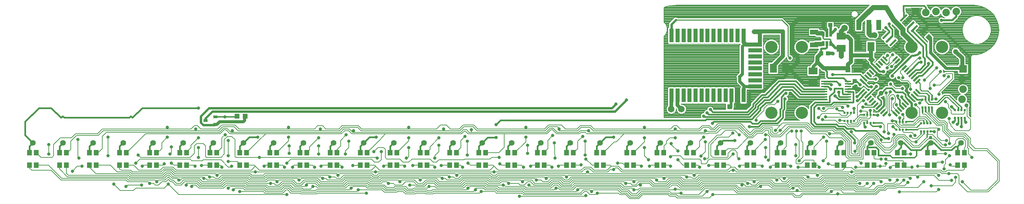
<source format=gtl>
G75*
G70*
%OFA0B0*%
%FSLAX24Y24*%
%IPPOS*%
%LPD*%
%AMOC8*
5,1,8,0,0,1.08239X$1,22.5*
%
%ADD10R,0.0197X0.0866*%
%ADD11R,0.0472X0.0512*%
%ADD12R,0.0700X0.0900*%
%ADD13R,0.0900X0.0700*%
%ADD14C,0.1200*%
%ADD15R,0.0220X0.0236*%
%ADD16R,0.0394X0.0315*%
%ADD17R,0.0472X0.0984*%
%ADD18R,0.0250X0.0500*%
%ADD19R,0.0591X0.0197*%
%ADD20R,0.0197X0.0591*%
%ADD21R,0.0787X0.0472*%
%ADD22R,0.0433X0.0394*%
%ADD23R,0.0630X0.0157*%
%ADD24R,0.0394X0.1378*%
%ADD25R,0.1378X0.0394*%
%ADD26R,0.0740X0.0740*%
%ADD27C,0.0740*%
%ADD28R,0.0394X0.0433*%
%ADD29R,0.0472X0.0551*%
%ADD30C,0.0560*%
%ADD31C,0.0240*%
%ADD32C,0.0080*%
%ADD33C,0.0475*%
%ADD34C,0.0360*%
%ADD35C,0.0220*%
%ADD36C,0.0200*%
%ADD37C,0.0400*%
%ADD38C,0.0320*%
%ADD39C,0.0160*%
%ADD40C,0.0140*%
%ADD41C,0.0300*%
%ADD42C,0.0510*%
%ADD43C,0.0450*%
%ADD44C,0.0650*%
%ADD45C,0.0500*%
%ADD46C,0.0100*%
%ADD47C,0.0120*%
%ADD48C,0.0070*%
%ADD49C,0.0396*%
%ADD50C,0.0360*%
%ADD51C,0.0250*%
%ADD52C,0.0350*%
%ADD53C,0.0436*%
%ADD54C,0.0260*%
%ADD55C,0.0320*%
%ADD56C,0.0591*%
D10*
G36*
X085753Y019053D02*
X085892Y018914D01*
X085281Y018303D01*
X085142Y018442D01*
X085753Y019053D01*
G37*
G36*
X088569Y019748D02*
X088708Y019609D01*
X088097Y018998D01*
X087958Y019137D01*
X088569Y019748D01*
G37*
G36*
X088219Y020099D02*
X088358Y019960D01*
X087747Y019349D01*
X087608Y019488D01*
X088219Y020099D01*
G37*
G36*
X087865Y020453D02*
X088004Y020314D01*
X087393Y019703D01*
X087254Y019842D01*
X087865Y020453D01*
G37*
G36*
X087512Y020806D02*
X087651Y020667D01*
X087040Y020056D01*
X086901Y020195D01*
X087512Y020806D01*
G37*
G36*
X086106Y018699D02*
X086245Y018560D01*
X085634Y017949D01*
X085495Y018088D01*
X086106Y018699D01*
G37*
G36*
X086460Y018346D02*
X086599Y018207D01*
X085988Y017596D01*
X085849Y017735D01*
X086460Y018346D01*
G37*
G36*
X086813Y017992D02*
X086952Y017853D01*
X086341Y017242D01*
X086202Y017381D01*
X086813Y017992D01*
G37*
D11*
G36*
X089772Y018860D02*
X090105Y018527D01*
X089744Y018166D01*
X089411Y018499D01*
X089772Y018860D01*
G37*
G36*
X089206Y019426D02*
X089539Y019093D01*
X089178Y018732D01*
X088845Y019065D01*
X089206Y019426D01*
G37*
G36*
X083761Y016323D02*
X084094Y016656D01*
X084455Y016295D01*
X084122Y015962D01*
X083761Y016323D01*
G37*
G36*
X083195Y015757D02*
X083528Y016090D01*
X083889Y015729D01*
X083556Y015396D01*
X083195Y015757D01*
G37*
X082585Y015286D03*
X081785Y015286D03*
X070965Y011646D03*
X070165Y011646D03*
X022445Y010706D03*
X021645Y010706D03*
D12*
X074445Y015446D03*
X075645Y015446D03*
X082865Y017566D03*
X084065Y017566D03*
D13*
X081125Y017426D03*
X081125Y018626D03*
X078365Y015166D03*
X078365Y013966D03*
D14*
X077265Y011046D03*
X074265Y011046D03*
X088065Y011046D03*
X091065Y011046D03*
X091065Y017546D03*
X088065Y017546D03*
X077265Y017546D03*
X074265Y017546D03*
D15*
X089113Y012361D03*
X089428Y012361D03*
X089743Y012361D03*
X090057Y012361D03*
X090057Y011571D03*
X089743Y011571D03*
X089428Y011571D03*
X089113Y011571D03*
X092333Y011321D03*
X092648Y011321D03*
X092963Y011321D03*
X093277Y011321D03*
X093277Y010531D03*
X092963Y010531D03*
X092648Y010531D03*
X092333Y010531D03*
X089927Y010001D03*
X089613Y010001D03*
X089298Y010001D03*
X088983Y010001D03*
X087517Y010161D03*
X087203Y010161D03*
X086888Y010161D03*
X086573Y010161D03*
X084337Y010051D03*
X084023Y010051D03*
X083708Y010051D03*
X083393Y010051D03*
X082397Y010251D03*
X082083Y010251D03*
X081768Y010251D03*
X081453Y010251D03*
X083393Y010841D03*
X083708Y010841D03*
X084023Y010841D03*
X084337Y010841D03*
X082397Y011041D03*
X082083Y011041D03*
X081768Y011041D03*
X081453Y011041D03*
X086573Y009371D03*
X086888Y009371D03*
X087203Y009371D03*
X087517Y009371D03*
X088983Y009211D03*
X089298Y009211D03*
X089613Y009211D03*
X089927Y009211D03*
D16*
X019538Y009912D03*
X018554Y010286D03*
X019538Y010660D03*
D17*
X082861Y019703D03*
X083845Y019703D03*
X084829Y019703D03*
D18*
X080099Y018798D03*
X079725Y018798D03*
X079351Y018798D03*
X079351Y017893D03*
X079725Y017893D03*
X080099Y017893D03*
D19*
G36*
X086723Y016533D02*
X086307Y016117D01*
X086169Y016255D01*
X086585Y016671D01*
X086723Y016533D01*
G37*
G36*
X086946Y016310D02*
X086530Y015894D01*
X086392Y016032D01*
X086808Y016448D01*
X086946Y016310D01*
G37*
G36*
X087169Y016087D02*
X086753Y015671D01*
X086615Y015809D01*
X087031Y016225D01*
X087169Y016087D01*
G37*
G36*
X087391Y015865D02*
X086975Y015449D01*
X086837Y015587D01*
X087253Y016003D01*
X087391Y015865D01*
G37*
G36*
X087614Y015642D02*
X087198Y015226D01*
X087060Y015364D01*
X087476Y015780D01*
X087614Y015642D01*
G37*
G36*
X087837Y015419D02*
X087421Y015003D01*
X087283Y015141D01*
X087699Y015557D01*
X087837Y015419D01*
G37*
G36*
X088059Y015197D02*
X087643Y014781D01*
X087505Y014919D01*
X087921Y015335D01*
X088059Y015197D01*
G37*
G36*
X088282Y014974D02*
X087866Y014558D01*
X087728Y014696D01*
X088144Y015112D01*
X088282Y014974D01*
G37*
G36*
X088505Y014751D02*
X088089Y014335D01*
X087951Y014473D01*
X088367Y014889D01*
X088505Y014751D01*
G37*
G36*
X088728Y014528D02*
X088312Y014112D01*
X088174Y014250D01*
X088590Y014666D01*
X088728Y014528D01*
G37*
G36*
X088950Y014306D02*
X088534Y013890D01*
X088396Y014028D01*
X088812Y014444D01*
X088950Y014306D01*
G37*
G36*
X083717Y013081D02*
X083301Y012665D01*
X083163Y012803D01*
X083579Y013219D01*
X083717Y013081D01*
G37*
G36*
X083939Y012858D02*
X083523Y012442D01*
X083385Y012580D01*
X083801Y012996D01*
X083939Y012858D01*
G37*
G36*
X083494Y013304D02*
X083078Y012888D01*
X082940Y013026D01*
X083356Y013442D01*
X083494Y013304D01*
G37*
G36*
X084162Y012635D02*
X083746Y012219D01*
X083608Y012357D01*
X084024Y012773D01*
X084162Y012635D01*
G37*
G36*
X084385Y012413D02*
X083969Y011997D01*
X083831Y012135D01*
X084247Y012551D01*
X084385Y012413D01*
G37*
G36*
X084607Y012190D02*
X084191Y011774D01*
X084053Y011912D01*
X084469Y012328D01*
X084607Y012190D01*
G37*
G36*
X084830Y011967D02*
X084414Y011551D01*
X084276Y011689D01*
X084692Y012105D01*
X084830Y011967D01*
G37*
G36*
X085053Y011745D02*
X084637Y011329D01*
X084499Y011467D01*
X084915Y011883D01*
X085053Y011745D01*
G37*
G36*
X085276Y011522D02*
X084860Y011106D01*
X084722Y011244D01*
X085138Y011660D01*
X085276Y011522D01*
G37*
G36*
X085498Y011299D02*
X085082Y010883D01*
X084944Y011021D01*
X085360Y011437D01*
X085498Y011299D01*
G37*
G36*
X085721Y011076D02*
X085305Y010660D01*
X085167Y010798D01*
X085583Y011214D01*
X085721Y011076D01*
G37*
D20*
G36*
X086723Y010798D02*
X086585Y010660D01*
X086169Y011076D01*
X086307Y011214D01*
X086723Y010798D01*
G37*
G36*
X086946Y011021D02*
X086808Y010883D01*
X086392Y011299D01*
X086530Y011437D01*
X086946Y011021D01*
G37*
G36*
X087169Y011244D02*
X087031Y011106D01*
X086615Y011522D01*
X086753Y011660D01*
X087169Y011244D01*
G37*
G36*
X087391Y011467D02*
X087253Y011329D01*
X086837Y011745D01*
X086975Y011883D01*
X087391Y011467D01*
G37*
G36*
X087614Y011689D02*
X087476Y011551D01*
X087060Y011967D01*
X087198Y012105D01*
X087614Y011689D01*
G37*
G36*
X087837Y011912D02*
X087699Y011774D01*
X087283Y012190D01*
X087421Y012328D01*
X087837Y011912D01*
G37*
G36*
X088059Y012135D02*
X087921Y011997D01*
X087505Y012413D01*
X087643Y012551D01*
X088059Y012135D01*
G37*
G36*
X088282Y012357D02*
X088144Y012219D01*
X087728Y012635D01*
X087866Y012773D01*
X088282Y012357D01*
G37*
G36*
X088505Y012580D02*
X088367Y012442D01*
X087951Y012858D01*
X088089Y012996D01*
X088505Y012580D01*
G37*
G36*
X088728Y012803D02*
X088590Y012665D01*
X088174Y013081D01*
X088312Y013219D01*
X088728Y012803D01*
G37*
G36*
X088950Y013026D02*
X088812Y012888D01*
X088396Y013304D01*
X088534Y013442D01*
X088950Y013026D01*
G37*
G36*
X083717Y014250D02*
X083579Y014112D01*
X083163Y014528D01*
X083301Y014666D01*
X083717Y014250D01*
G37*
G36*
X083494Y014028D02*
X083356Y013890D01*
X082940Y014306D01*
X083078Y014444D01*
X083494Y014028D01*
G37*
G36*
X083939Y014473D02*
X083801Y014335D01*
X083385Y014751D01*
X083523Y014889D01*
X083939Y014473D01*
G37*
G36*
X084162Y014696D02*
X084024Y014558D01*
X083608Y014974D01*
X083746Y015112D01*
X084162Y014696D01*
G37*
G36*
X084385Y014919D02*
X084247Y014781D01*
X083831Y015197D01*
X083969Y015335D01*
X084385Y014919D01*
G37*
G36*
X084607Y015141D02*
X084469Y015003D01*
X084053Y015419D01*
X084191Y015557D01*
X084607Y015141D01*
G37*
G36*
X084830Y015364D02*
X084692Y015226D01*
X084276Y015642D01*
X084414Y015780D01*
X084830Y015364D01*
G37*
G36*
X085053Y015587D02*
X084915Y015449D01*
X084499Y015865D01*
X084637Y016003D01*
X085053Y015587D01*
G37*
G36*
X085276Y015809D02*
X085138Y015671D01*
X084722Y016087D01*
X084860Y016225D01*
X085276Y015809D01*
G37*
G36*
X085498Y016032D02*
X085360Y015894D01*
X084944Y016310D01*
X085082Y016448D01*
X085498Y016032D01*
G37*
G36*
X085721Y016255D02*
X085583Y016117D01*
X085167Y016533D01*
X085305Y016671D01*
X085721Y016255D01*
G37*
D21*
X078465Y017756D03*
X078465Y019016D03*
D22*
X079390Y019706D03*
X080060Y019706D03*
X079820Y016906D03*
X079150Y016906D03*
D23*
X079464Y014161D03*
X079464Y013905D03*
X079464Y013649D03*
X079464Y013393D03*
X079464Y013137D03*
X079464Y012881D03*
X079464Y012626D03*
X079464Y012370D03*
X081787Y012370D03*
X081787Y012626D03*
X081787Y012881D03*
X081787Y013137D03*
X081787Y013393D03*
X081787Y013649D03*
X081787Y013905D03*
X081787Y014161D03*
D24*
X071516Y012772D03*
X070925Y012772D03*
X070335Y012772D03*
X069744Y012772D03*
X069154Y012772D03*
X068563Y012772D03*
X067973Y012772D03*
X067382Y012772D03*
X066791Y012772D03*
X066201Y012772D03*
X065610Y012772D03*
X065020Y012772D03*
X064429Y012772D03*
X064429Y018678D03*
X065020Y018678D03*
X065610Y018678D03*
X066201Y018678D03*
X066791Y018678D03*
X067382Y018678D03*
X067973Y018678D03*
X068563Y018678D03*
X069154Y018678D03*
X069744Y018678D03*
X070335Y018678D03*
X070925Y018678D03*
X071516Y018678D03*
D25*
X072642Y017792D03*
X072642Y017201D03*
X072642Y016611D03*
X072642Y016020D03*
X072642Y015430D03*
X072642Y014839D03*
X072642Y014249D03*
X072642Y013658D03*
D26*
X093135Y015366D03*
X088445Y021046D03*
D27*
X089445Y020946D03*
X090445Y021046D03*
X091445Y020946D03*
X092445Y021046D03*
X093035Y014366D03*
X093135Y013366D03*
X093035Y012366D03*
D28*
X082445Y013521D03*
X082445Y014190D03*
D29*
X081405Y007106D03*
X080735Y007106D03*
X078445Y007106D03*
X077775Y007106D03*
X075485Y007106D03*
X074815Y007106D03*
X072525Y007106D03*
X071855Y007106D03*
X069565Y007106D03*
X068895Y007106D03*
X066605Y007106D03*
X065935Y007106D03*
X063645Y007106D03*
X062975Y007106D03*
X060685Y007106D03*
X060015Y007106D03*
X057725Y007106D03*
X057055Y007106D03*
X054765Y007106D03*
X054095Y007106D03*
X051885Y007106D03*
X051215Y007106D03*
X049005Y007106D03*
X048335Y007106D03*
X046125Y007106D03*
X045455Y007106D03*
X043245Y007106D03*
X042575Y007106D03*
X040365Y007106D03*
X039695Y007106D03*
X037405Y007106D03*
X036735Y007106D03*
X034445Y007106D03*
X033775Y007106D03*
X031485Y007106D03*
X030815Y007106D03*
X028525Y007106D03*
X027855Y007106D03*
X025565Y007106D03*
X024895Y007106D03*
X022605Y007106D03*
X021935Y007106D03*
X019645Y007106D03*
X018975Y007106D03*
X016685Y007106D03*
X016015Y007106D03*
X013725Y007106D03*
X013055Y007106D03*
X010765Y007106D03*
X010095Y007106D03*
X007805Y007106D03*
X007135Y007106D03*
X004845Y007106D03*
X004175Y007106D03*
X001885Y007106D03*
X001215Y007106D03*
X001215Y005866D03*
X001885Y005866D03*
X004175Y005866D03*
X004845Y005866D03*
X007135Y005866D03*
X007805Y005866D03*
X010095Y005866D03*
X010765Y005866D03*
X013055Y005866D03*
X013725Y005866D03*
X016015Y005866D03*
X016685Y005866D03*
X018975Y005866D03*
X019645Y005866D03*
X021935Y005866D03*
X022605Y005866D03*
X024895Y005866D03*
X025565Y005866D03*
X027855Y005866D03*
X028525Y005866D03*
X030815Y005866D03*
X031485Y005866D03*
X033775Y005866D03*
X034445Y005866D03*
X036735Y005866D03*
X037405Y005866D03*
X039695Y005866D03*
X040365Y005866D03*
X042575Y005866D03*
X043245Y005866D03*
X045455Y005866D03*
X046125Y005866D03*
X048335Y005866D03*
X049005Y005866D03*
X051215Y005866D03*
X051885Y005866D03*
X054095Y005866D03*
X054765Y005866D03*
X057055Y005866D03*
X057725Y005866D03*
X060015Y005866D03*
X060685Y005866D03*
X062975Y005866D03*
X063645Y005866D03*
X065935Y005866D03*
X066605Y005866D03*
X068895Y005866D03*
X069565Y005866D03*
X071855Y005866D03*
X072525Y005866D03*
X074815Y005866D03*
X075485Y005866D03*
X077775Y005866D03*
X078445Y005866D03*
X080735Y005866D03*
X081405Y005866D03*
X083695Y005866D03*
X084365Y005866D03*
X086655Y005866D03*
X087325Y005866D03*
X089615Y005866D03*
X090285Y005866D03*
X092575Y005866D03*
X093245Y005866D03*
X093245Y007106D03*
X092575Y007106D03*
X090285Y007106D03*
X089615Y007106D03*
X087325Y007106D03*
X086655Y007106D03*
X084365Y007106D03*
X083695Y007106D03*
D30*
X084045Y008086D03*
X081085Y008086D03*
X078125Y008086D03*
X075165Y008086D03*
X072205Y008086D03*
X069245Y008086D03*
X066285Y008086D03*
X063325Y008086D03*
X060365Y008086D03*
X057405Y008086D03*
X054445Y008086D03*
X051565Y008086D03*
X048685Y008086D03*
X045805Y008086D03*
X042925Y008086D03*
X040045Y008086D03*
X037085Y008086D03*
X034125Y008086D03*
X031165Y008086D03*
X028205Y008086D03*
X025245Y008086D03*
X022285Y008086D03*
X019325Y008086D03*
X016365Y008086D03*
X013405Y008086D03*
X010445Y008086D03*
X007485Y008086D03*
X004525Y008086D03*
X001565Y008086D03*
X087005Y008086D03*
X089965Y008086D03*
X092925Y008086D03*
D31*
X088065Y011046D02*
X088065Y011991D01*
X087782Y012274D01*
X079214Y017756D02*
X078465Y017756D01*
X064845Y020206D02*
X064429Y019790D01*
X064429Y018678D01*
X019538Y009912D02*
X019471Y009846D01*
X018325Y009846D01*
X018085Y010086D01*
X018085Y010726D01*
X018565Y010497D02*
X018565Y010286D01*
D32*
X010165Y003366D02*
X009525Y004006D01*
X010725Y003766D02*
X010885Y003926D01*
X012245Y003926D01*
X011685Y003606D02*
X014485Y003606D01*
X014885Y004006D01*
X015925Y002966D01*
X026565Y002966D01*
X026165Y003126D02*
X026485Y003446D01*
X026645Y003446D01*
X026965Y003126D01*
X027845Y003126D01*
X027925Y003046D01*
X029525Y003046D01*
X029605Y003126D01*
X034405Y003126D01*
X033605Y003446D02*
X033445Y003286D01*
X029525Y003286D01*
X029445Y003206D01*
X028005Y003206D01*
X027925Y003286D01*
X027045Y003286D01*
X026725Y003606D01*
X026405Y003606D01*
X026085Y003286D01*
X024485Y003286D01*
X024325Y003446D01*
X022405Y003446D01*
X022245Y003606D01*
X021445Y003606D01*
X021285Y003446D01*
X020965Y003766D02*
X020805Y003606D01*
X020965Y003766D02*
X022325Y003766D01*
X022485Y003606D01*
X024405Y003606D01*
X024565Y003446D01*
X026005Y003446D01*
X026325Y003766D01*
X026805Y003766D01*
X027125Y003446D01*
X028005Y003446D01*
X028085Y003366D01*
X029365Y003366D01*
X029445Y003446D01*
X032725Y003446D01*
X032885Y003606D01*
X033045Y003766D01*
X034325Y003766D01*
X034485Y003606D01*
X036005Y003606D01*
X036245Y003366D01*
X037285Y003366D01*
X037365Y003446D01*
X038085Y003446D01*
X038325Y003206D01*
X039125Y003206D01*
X039205Y003286D01*
X040245Y003286D01*
X040325Y003206D01*
X040885Y003206D01*
X040965Y003286D01*
X044965Y003286D01*
X045125Y003446D01*
X045125Y003606D01*
X045925Y003606D01*
X046085Y003446D01*
X047125Y003446D01*
X047285Y003286D01*
X049765Y003286D01*
X049925Y003126D01*
X055445Y003126D01*
X055765Y003446D01*
X056405Y003446D01*
X056565Y003286D01*
X056725Y003446D01*
X059125Y003446D01*
X059445Y003126D01*
X060005Y003126D01*
X060405Y002726D01*
X061125Y002726D01*
X061525Y003126D01*
X064165Y003126D01*
X064325Y002966D01*
X064885Y002966D01*
X065045Y002806D01*
X067445Y002806D01*
X067925Y003286D01*
X068085Y003446D01*
X070565Y003446D01*
X070885Y003126D01*
X076405Y003126D01*
X076645Y002886D01*
X077045Y002886D01*
X077285Y003126D01*
X080005Y003126D01*
X080165Y003286D01*
X080325Y003446D01*
X081045Y003446D01*
X081365Y003126D01*
X084485Y003126D01*
X084885Y003526D01*
X085365Y003526D01*
X085605Y003766D01*
X086485Y003766D01*
X086565Y003846D01*
X087365Y003846D01*
X087685Y004166D01*
X087285Y004406D02*
X086885Y004006D01*
X086485Y004006D01*
X086405Y003926D01*
X085525Y003926D01*
X085285Y003686D01*
X084805Y003686D01*
X084405Y003286D01*
X082565Y003286D01*
X082405Y003446D01*
X081285Y003446D01*
X081125Y003606D01*
X079925Y003606D01*
X079605Y003286D01*
X076885Y003286D01*
X076805Y003366D01*
X076725Y003286D01*
X070965Y003286D01*
X070645Y003606D01*
X067765Y003606D01*
X067125Y002966D01*
X065525Y002966D01*
X065365Y003126D01*
X064405Y003126D01*
X064245Y003286D01*
X061445Y003286D01*
X061045Y002886D01*
X060485Y002886D01*
X060085Y003286D01*
X059525Y003286D01*
X059205Y003606D01*
X055365Y003606D01*
X055205Y003446D01*
X055045Y003286D01*
X050005Y003286D01*
X049845Y003446D01*
X047365Y003446D01*
X047205Y003606D01*
X046165Y003606D01*
X046005Y003766D01*
X044565Y003766D01*
X044405Y003606D01*
X044245Y003446D01*
X040885Y003446D01*
X040805Y003366D01*
X040405Y003366D01*
X040325Y003446D01*
X039125Y003446D01*
X039045Y003366D01*
X038405Y003366D01*
X038165Y003606D01*
X037285Y003606D01*
X037205Y003526D01*
X036325Y003526D01*
X036085Y003766D01*
X034565Y003766D01*
X034405Y003926D01*
X032645Y003926D01*
X032325Y003606D01*
X029605Y003606D01*
X029445Y003766D01*
X029125Y003766D01*
X028885Y003526D01*
X028165Y003526D01*
X028085Y003606D01*
X027205Y003606D01*
X026885Y003926D01*
X026245Y003926D01*
X025925Y003606D01*
X024645Y003606D01*
X024485Y003766D01*
X022565Y003766D01*
X022405Y003926D01*
X020645Y003926D01*
X020325Y003606D01*
X017925Y003606D01*
X017605Y003926D01*
X017205Y003926D01*
X017205Y003766D01*
X017685Y004086D02*
X018005Y003766D01*
X020245Y003766D01*
X020565Y004086D01*
X022485Y004086D01*
X022645Y003926D01*
X024565Y003926D01*
X024725Y003766D01*
X025845Y003766D01*
X026165Y004086D01*
X027045Y004086D01*
X027365Y003766D01*
X028325Y003766D01*
X028485Y003926D01*
X028485Y004086D01*
X029365Y004086D01*
X029685Y003766D01*
X032245Y003766D01*
X032565Y004086D01*
X034485Y004086D01*
X034645Y003926D01*
X036165Y003926D01*
X036405Y003686D01*
X037125Y003686D01*
X037205Y003766D01*
X038245Y003766D01*
X038485Y003526D01*
X038965Y003526D01*
X039045Y003606D01*
X040405Y003606D01*
X040565Y003766D01*
X041125Y003766D01*
X041285Y003606D01*
X043925Y003606D01*
X044245Y003926D01*
X046085Y003926D01*
X046245Y003766D01*
X047285Y003766D01*
X047445Y003606D01*
X049925Y003606D01*
X050085Y003446D01*
X052885Y003446D01*
X053045Y003606D01*
X053285Y003606D01*
X053445Y003446D01*
X054725Y003446D01*
X055045Y003766D01*
X059285Y003766D01*
X059605Y003446D01*
X060165Y003446D01*
X060565Y003046D01*
X060965Y003046D01*
X061365Y003446D01*
X064725Y003446D01*
X064805Y003526D01*
X065125Y003526D01*
X065205Y003446D01*
X067365Y003446D01*
X067685Y003766D01*
X070725Y003766D01*
X071045Y003446D01*
X076085Y003446D01*
X076245Y003606D01*
X076405Y003606D01*
X076565Y003766D01*
X076885Y003766D01*
X077205Y003446D01*
X079525Y003446D01*
X079845Y003766D01*
X081205Y003766D01*
X081365Y003606D01*
X082485Y003606D01*
X082645Y003446D01*
X084325Y003446D01*
X084725Y003846D01*
X085205Y003846D01*
X085445Y004086D01*
X086325Y004086D01*
X086645Y004406D01*
X085925Y004406D02*
X085765Y004566D01*
X082725Y004566D01*
X082565Y004406D01*
X081765Y004406D01*
X081605Y004566D01*
X079445Y004566D01*
X079125Y004246D01*
X077605Y004246D01*
X077285Y004566D01*
X076005Y004566D01*
X075685Y004246D01*
X075365Y004246D01*
X075045Y004566D01*
X074965Y004566D01*
X074805Y004406D01*
X074645Y004566D01*
X067285Y004566D01*
X066965Y004246D01*
X065605Y004246D01*
X065285Y004566D01*
X064165Y004566D01*
X063845Y004246D01*
X063125Y004246D01*
X062965Y004406D01*
X062805Y004566D01*
X054645Y004566D01*
X054325Y004246D01*
X053845Y004246D01*
X053525Y004566D01*
X052565Y004566D01*
X052245Y004246D01*
X051765Y004246D01*
X051605Y004406D01*
X051125Y004406D01*
X050965Y004566D01*
X047525Y004566D01*
X047365Y004406D01*
X046565Y004406D01*
X046405Y004566D01*
X043925Y004566D01*
X043605Y004246D01*
X041605Y004246D01*
X041285Y004566D01*
X039845Y004566D01*
X039685Y004406D01*
X039525Y004566D01*
X035845Y004566D01*
X035685Y004406D01*
X034885Y004406D01*
X034725Y004566D01*
X032325Y004566D01*
X032005Y004246D01*
X029925Y004246D01*
X029605Y004566D01*
X028005Y004566D01*
X027845Y004406D01*
X027765Y004406D01*
X027605Y004566D01*
X024645Y004566D01*
X024485Y004406D01*
X022885Y004406D01*
X022725Y004566D01*
X020325Y004566D01*
X020005Y004246D01*
X018245Y004246D01*
X017925Y004566D01*
X016245Y004566D01*
X016085Y004406D01*
X015925Y004406D01*
X015765Y004566D01*
X015285Y004566D01*
X014965Y004886D01*
X014805Y004886D01*
X014485Y004566D01*
X011045Y004566D01*
X010885Y004726D01*
X004965Y004726D01*
X004175Y005516D01*
X004175Y005866D01*
X004845Y005866D02*
X004845Y005726D01*
X004845Y005866D02*
X004845Y005086D01*
X005045Y004886D01*
X010965Y004886D01*
X011125Y004726D01*
X014405Y004726D01*
X014725Y005046D01*
X015045Y005046D01*
X015365Y004726D01*
X018245Y004726D01*
X018405Y004566D01*
X018405Y004726D01*
X018725Y004406D01*
X019925Y004406D01*
X020245Y004726D01*
X022805Y004726D01*
X022965Y004566D01*
X024405Y004566D01*
X024565Y004726D01*
X029925Y004726D01*
X030085Y004566D01*
X030405Y004566D01*
X030565Y004406D01*
X031925Y004406D01*
X032245Y004726D01*
X034805Y004726D01*
X034965Y004566D01*
X035605Y004566D01*
X035765Y004726D01*
X041685Y004726D01*
X041845Y004566D01*
X042165Y004566D01*
X042325Y004406D01*
X043525Y004406D01*
X043845Y004726D01*
X046485Y004726D01*
X046645Y004566D01*
X047285Y004566D01*
X047445Y004726D01*
X051925Y004726D01*
X052085Y004566D01*
X052245Y004726D01*
X053605Y004726D01*
X053925Y004406D01*
X054245Y004406D01*
X054565Y004726D01*
X063525Y004726D01*
X063685Y004566D01*
X063845Y004726D01*
X065365Y004726D01*
X065685Y004406D01*
X066885Y004406D01*
X067205Y004726D01*
X075365Y004726D01*
X075525Y004566D01*
X075685Y004726D01*
X077365Y004726D01*
X077685Y004406D01*
X079045Y004406D01*
X079365Y004726D01*
X081685Y004726D01*
X081845Y004566D01*
X082485Y004566D01*
X082645Y004726D01*
X087765Y004726D01*
X087925Y004566D01*
X088485Y004886D02*
X082565Y004886D01*
X082405Y004726D01*
X081925Y004726D01*
X081765Y004886D01*
X079285Y004886D01*
X078965Y004566D01*
X078005Y004566D01*
X077845Y004726D01*
X077685Y004886D01*
X067125Y004886D01*
X066805Y004566D01*
X066485Y004566D01*
X066325Y004726D01*
X065925Y004726D01*
X065765Y004886D01*
X054245Y004886D01*
X054085Y004726D01*
X053925Y004886D01*
X047365Y004886D01*
X047205Y004726D01*
X046725Y004726D01*
X046565Y004886D01*
X043765Y004886D01*
X043445Y004566D01*
X043125Y004566D01*
X042965Y004726D01*
X042565Y004726D01*
X042405Y004886D01*
X035685Y004886D01*
X035525Y004726D01*
X035045Y004726D01*
X034885Y004886D01*
X032165Y004886D01*
X031845Y004566D01*
X031445Y004566D01*
X031285Y004726D01*
X030805Y004726D01*
X030645Y004886D01*
X024485Y004886D01*
X024325Y004726D01*
X023045Y004726D01*
X022885Y004886D01*
X020165Y004886D01*
X019845Y004566D01*
X019525Y004566D01*
X019365Y004726D01*
X018965Y004726D01*
X018805Y004886D01*
X015445Y004886D01*
X015125Y005206D01*
X014645Y005206D01*
X014325Y004886D01*
X011205Y004886D01*
X011045Y005046D01*
X007765Y005046D01*
X007135Y005676D01*
X007135Y005866D01*
X007805Y005866D02*
X009185Y005866D01*
X009845Y005206D01*
X011125Y005206D01*
X011285Y005046D01*
X014245Y005046D01*
X014565Y005366D01*
X015205Y005366D01*
X015525Y005046D01*
X019525Y005046D01*
X019685Y004886D01*
X019845Y005046D01*
X022965Y005046D01*
X023125Y004886D01*
X024245Y004886D01*
X024405Y005046D01*
X031445Y005046D01*
X031605Y004886D01*
X031765Y005046D01*
X034965Y005046D01*
X035125Y004886D01*
X035445Y004886D01*
X035605Y005046D01*
X043125Y005046D01*
X043285Y004886D01*
X043445Y005046D01*
X046645Y005046D01*
X046805Y004886D01*
X047125Y004886D01*
X047285Y005046D01*
X056005Y005046D01*
X056165Y005206D01*
X056325Y005046D01*
X066485Y005046D01*
X066645Y004886D01*
X066805Y005046D01*
X078645Y005046D01*
X078805Y004886D01*
X078965Y005046D01*
X081845Y005046D01*
X082005Y004886D01*
X082325Y004886D01*
X082485Y005046D01*
X090565Y005046D01*
X090725Y004886D01*
X091045Y005046D02*
X090885Y005206D01*
X082165Y005206D01*
X070805Y005206D01*
X070645Y005366D01*
X070485Y005366D01*
X070245Y005366D01*
X070085Y005206D01*
X059525Y005206D01*
X059125Y005606D01*
X058885Y005606D01*
X058725Y005446D01*
X058405Y005446D01*
X058165Y005206D01*
X056725Y005206D01*
X056405Y005526D01*
X055925Y005526D01*
X055605Y005206D01*
X046965Y005206D01*
X035285Y005206D01*
X023445Y005206D01*
X015605Y005206D01*
X015285Y005526D01*
X014485Y005526D01*
X014165Y005206D01*
X011365Y005206D01*
X011205Y005366D01*
X010245Y005366D01*
X010095Y005516D01*
X010095Y005866D01*
X010765Y005866D02*
X011505Y005866D01*
X012005Y005366D01*
X014085Y005366D01*
X014405Y005686D01*
X015365Y005686D01*
X015685Y005366D01*
X023045Y005366D01*
X023445Y005766D01*
X023345Y005866D01*
X022605Y005866D01*
X021935Y005866D02*
X021905Y006026D01*
X021685Y006246D01*
X020805Y006246D01*
X020805Y005686D02*
X020085Y006406D01*
X018325Y006406D01*
X018245Y006326D01*
X017205Y006326D01*
X017045Y006486D01*
X012085Y006486D01*
X011685Y006086D01*
X012325Y005766D02*
X012425Y005866D01*
X013055Y005866D01*
X013725Y005866D02*
X014385Y005866D01*
X014485Y006006D01*
X015205Y006086D02*
X015465Y005866D01*
X016015Y005866D01*
X016685Y005866D02*
X017425Y005866D01*
X017525Y005766D01*
X018165Y005846D02*
X018185Y005866D01*
X018975Y005866D01*
X019645Y005866D02*
X019985Y005866D01*
X020165Y005686D01*
X020805Y005686D02*
X021045Y005686D01*
X021125Y005766D01*
X023445Y005766D02*
X023845Y005366D01*
X034885Y005366D01*
X035285Y005766D01*
X035185Y005866D01*
X034445Y005866D01*
X033775Y005866D02*
X033585Y005866D01*
X033365Y005846D01*
X033045Y005846D01*
X032005Y005686D02*
X031825Y005866D01*
X031485Y005866D01*
X030815Y005866D02*
X030025Y005866D01*
X029925Y005766D01*
X029285Y005686D02*
X029105Y005866D01*
X028525Y005866D01*
X027855Y005866D02*
X027305Y005866D01*
X027125Y005686D01*
X026325Y005686D02*
X026145Y005866D01*
X025565Y005866D01*
X024895Y005866D02*
X024425Y005866D01*
X024325Y005766D01*
X026565Y006086D02*
X026965Y006486D01*
X034885Y006486D01*
X035205Y006166D01*
X035605Y006166D01*
X035845Y006406D01*
X035845Y007206D01*
X036245Y007446D02*
X036085Y007606D01*
X035525Y007606D01*
X035125Y007206D01*
X034445Y007106D02*
X035685Y008346D01*
X036245Y008966D01*
X032965Y008966D01*
X032645Y009286D01*
X032245Y009286D01*
X031925Y008966D01*
X024485Y008966D01*
X023765Y008266D01*
X022605Y007106D01*
X021525Y006646D02*
X023845Y006646D01*
X035365Y006646D01*
X035445Y006566D01*
X036245Y006646D02*
X036405Y006486D01*
X037685Y006486D01*
X038005Y006166D01*
X038565Y006166D01*
X038885Y006486D01*
X040645Y006486D01*
X040965Y006166D01*
X041285Y006166D01*
X041525Y006406D01*
X044005Y006406D01*
X044085Y006486D01*
X046565Y006486D01*
X046725Y006646D01*
X047445Y006646D01*
X047425Y007106D02*
X046125Y007106D01*
X047425Y007106D02*
X047965Y007646D01*
X047965Y008966D01*
X048005Y008966D01*
X050085Y008646D02*
X050085Y008186D01*
X049005Y007106D01*
X050245Y007046D02*
X050245Y007846D01*
X051885Y007166D02*
X052245Y007526D01*
X052245Y008326D01*
X052725Y008806D01*
X053125Y008966D02*
X052725Y009366D01*
X052565Y009366D01*
X052165Y008966D01*
X044405Y008966D01*
X044165Y009206D01*
X044005Y009206D01*
X043765Y008966D01*
X036245Y008966D01*
X033925Y009446D02*
X033605Y009766D01*
X032005Y009766D01*
X031685Y009446D01*
X030405Y009446D01*
X030085Y009766D01*
X029605Y009766D01*
X029285Y009446D01*
X026725Y009446D01*
X026725Y009606D01*
X026725Y009446D02*
X021845Y009446D01*
X021445Y009846D01*
X020165Y009846D01*
X019765Y009446D01*
X018085Y009446D01*
X017765Y009766D01*
X017445Y009766D01*
X017125Y009446D01*
X014805Y009446D01*
X014805Y009606D01*
X014805Y009446D02*
X008405Y009446D01*
X007925Y008966D01*
X005765Y008966D01*
X005365Y008566D01*
X004245Y008566D01*
X003605Y007926D01*
X003605Y006806D01*
X003445Y006646D01*
X002345Y006646D01*
X001885Y007106D01*
X003125Y006966D02*
X003125Y007926D01*
X004945Y007106D02*
X005285Y007446D01*
X005285Y008246D01*
X005845Y008806D01*
X008005Y008806D01*
X008485Y009286D01*
X017605Y009286D01*
X017605Y009446D01*
X017605Y009286D02*
X019845Y009286D01*
X020245Y009686D01*
X021365Y009686D01*
X021765Y009286D01*
X029845Y009286D01*
X029845Y009446D01*
X029845Y009286D02*
X031765Y009286D01*
X032085Y009606D01*
X033525Y009606D01*
X033845Y009286D01*
X042005Y009286D01*
X042005Y009446D01*
X042005Y009286D02*
X043605Y009286D01*
X044005Y009686D01*
X044885Y009686D01*
X045285Y009286D01*
X052005Y009286D01*
X052405Y009686D01*
X053205Y009686D01*
X053365Y009526D01*
X053365Y009446D01*
X053365Y009286D01*
X055205Y009286D01*
X055525Y009606D01*
X056405Y009606D01*
X056725Y009286D01*
X064645Y009286D01*
X064805Y009446D01*
X064965Y009286D01*
X067205Y009286D01*
X067525Y009606D01*
X068085Y009606D01*
X068325Y009366D01*
X068645Y009366D01*
X069085Y009806D01*
X071165Y009806D01*
X072085Y008886D01*
X072245Y008886D01*
X072685Y009326D01*
X073205Y009326D01*
X073525Y009646D01*
X074325Y009646D01*
X074325Y009166D01*
X074485Y009006D01*
X074805Y009006D01*
X075125Y009326D01*
X075685Y009886D01*
X077765Y009886D01*
X078325Y009326D01*
X080285Y009326D01*
X080485Y009126D01*
X081125Y009126D01*
X081965Y008286D01*
X081965Y006926D01*
X082085Y006806D01*
X082965Y006806D01*
X082965Y007646D01*
X083125Y007806D01*
X083125Y008246D01*
X083765Y008886D01*
X084405Y008886D01*
X084765Y008526D01*
X084765Y008246D01*
X085445Y007566D01*
X085885Y007566D01*
X086285Y007966D01*
X086285Y008486D01*
X086685Y008886D01*
X087365Y008886D01*
X088085Y008166D01*
X088485Y008166D01*
X089298Y008978D01*
X089605Y008926D02*
X089613Y008918D01*
X089605Y008926D02*
X090085Y008926D01*
X091125Y007886D01*
X091405Y007886D01*
X091805Y008006D02*
X091805Y008566D01*
X091125Y009246D01*
X091125Y009726D01*
X091085Y009766D01*
X090605Y009766D01*
X089425Y010926D01*
X089205Y010926D01*
X089113Y011018D01*
X089113Y011098D01*
X089125Y011086D01*
X089428Y011188D02*
X089445Y011166D01*
X090685Y009926D01*
X091165Y009926D01*
X091285Y009806D01*
X091285Y009326D01*
X091885Y008726D01*
X093165Y008726D01*
X093545Y008346D01*
X093545Y007606D01*
X093645Y007506D01*
X093645Y007006D01*
X094005Y006646D01*
X093245Y007106D02*
X093245Y007586D01*
X093365Y007706D01*
X093365Y008286D01*
X093125Y008526D01*
X092645Y008526D01*
X092405Y008286D01*
X092405Y008046D01*
X091925Y007606D01*
X091085Y007606D01*
X090245Y008486D01*
X089925Y008486D01*
X089925Y008606D01*
X089925Y008486D02*
X089685Y008486D01*
X088805Y007606D01*
X088165Y007606D01*
X087205Y008566D01*
X086845Y008566D01*
X086605Y008326D01*
X086605Y007806D01*
X085885Y007086D01*
X085445Y007086D01*
X084445Y008086D01*
X084445Y008366D01*
X084245Y008566D01*
X083925Y008566D01*
X083445Y008086D01*
X083445Y007646D01*
X083285Y007486D01*
X083285Y006486D01*
X081845Y006486D01*
X081605Y006726D01*
X081605Y007046D01*
X081605Y008166D01*
X081205Y008566D01*
X080005Y008566D01*
X079605Y008966D01*
X078205Y008966D01*
X077605Y009566D01*
X076045Y009566D01*
X075165Y008686D01*
X074325Y008686D01*
X074005Y009006D01*
X074005Y009326D01*
X073685Y009326D01*
X073365Y009006D01*
X072845Y009006D01*
X072405Y008566D01*
X071925Y008566D01*
X070885Y007526D01*
X069985Y007526D01*
X069565Y007106D01*
X070005Y007046D02*
X070325Y007366D01*
X070645Y007366D01*
X070885Y007126D01*
X070885Y006686D01*
X071045Y006526D01*
X070485Y006966D02*
X070005Y006486D01*
X068165Y006486D01*
X068005Y006326D01*
X068005Y006206D01*
X067805Y006006D01*
X067365Y006006D01*
X067365Y006326D01*
X067205Y006486D01*
X065605Y006486D01*
X065285Y006806D01*
X064405Y006806D01*
X064325Y006726D01*
X065045Y006406D02*
X065545Y005866D01*
X065935Y005866D01*
X066605Y005866D02*
X067025Y005866D01*
X067205Y005686D01*
X068085Y005846D02*
X068225Y005866D01*
X068895Y005866D01*
X069565Y005866D02*
X069625Y005926D01*
X070085Y005926D01*
X070245Y005766D01*
X070245Y005686D01*
X069925Y005366D01*
X059605Y005366D01*
X059205Y005766D01*
X058485Y005766D01*
X058385Y005866D01*
X057725Y005866D01*
X058085Y005366D02*
X058485Y005766D01*
X059605Y006086D02*
X059845Y005846D01*
X059995Y005846D01*
X060015Y005866D01*
X059605Y006086D02*
X059125Y006086D01*
X060685Y005866D02*
X061345Y005866D01*
X061445Y005766D01*
X062245Y005766D02*
X062345Y005866D01*
X062975Y005866D01*
X063645Y005866D02*
X064225Y005866D01*
X064325Y005766D01*
X062165Y006406D02*
X061765Y006806D01*
X061765Y007606D01*
X061765Y008186D02*
X060685Y007106D01*
X058805Y008186D02*
X057725Y007106D01*
X055925Y006886D02*
X055925Y008246D01*
X055685Y008726D02*
X055205Y008246D01*
X055205Y007526D01*
X054785Y007106D01*
X054765Y007106D01*
X052965Y006566D02*
X052885Y008086D01*
X053125Y008966D02*
X055365Y008966D01*
X055525Y009126D01*
X055925Y009126D01*
X056085Y008966D01*
X059765Y008966D01*
X058985Y008186D01*
X058805Y008186D01*
X059765Y008966D02*
X068005Y008966D01*
X068085Y009046D01*
X068885Y009046D01*
X069325Y009486D01*
X071005Y009486D01*
X071925Y008566D01*
X072005Y008726D02*
X072325Y008726D01*
X072765Y009166D01*
X073285Y009166D01*
X073605Y009486D01*
X074165Y009486D01*
X074165Y009086D01*
X074405Y008846D01*
X075085Y008846D01*
X075965Y009726D01*
X077685Y009726D01*
X078245Y009166D01*
X079805Y009166D01*
X080005Y008966D01*
X081045Y008966D01*
X081805Y008206D01*
X081805Y006766D01*
X081925Y006646D01*
X083125Y006646D01*
X083125Y007566D01*
X083285Y007726D01*
X083285Y008166D01*
X083845Y008726D01*
X084325Y008726D01*
X084605Y008446D01*
X084605Y008166D01*
X085385Y007386D01*
X085945Y007386D01*
X086445Y007886D01*
X086445Y008406D01*
X086765Y008726D01*
X087285Y008726D01*
X088245Y007766D01*
X088725Y007766D01*
X089605Y008646D01*
X088983Y008943D02*
X088545Y008506D01*
X088205Y008506D01*
X087965Y008746D01*
X088085Y009126D02*
X088385Y008826D01*
X088085Y009126D02*
X087285Y009126D01*
X087203Y009208D01*
X087203Y009371D01*
X087517Y009371D02*
X087523Y009366D01*
X088325Y009766D02*
X088885Y010326D01*
X089205Y010326D01*
X089245Y010286D01*
X089325Y010486D02*
X089565Y010246D01*
X089565Y010008D02*
X089613Y010001D01*
X089885Y010003D02*
X089927Y010001D01*
X089885Y010186D02*
X089425Y010646D01*
X088845Y010646D01*
X088845Y011446D01*
X088445Y011846D01*
X088329Y012144D02*
X088305Y012144D01*
X088302Y012150D02*
X088308Y012135D01*
X088381Y012166D01*
X088442Y012166D01*
X088327Y012281D01*
X088301Y012281D01*
X087789Y012792D01*
X087789Y012925D01*
X087911Y013046D01*
X087901Y013046D01*
X087784Y013094D01*
X087694Y013184D01*
X087645Y013302D01*
X087645Y013429D01*
X087694Y013547D01*
X087765Y013618D01*
X087765Y013843D01*
X087602Y014006D01*
X087042Y014006D01*
X086925Y014123D01*
X086842Y014206D01*
X086741Y014206D01*
X086624Y014254D01*
X086534Y014344D01*
X086485Y014462D01*
X086485Y014570D01*
X086453Y014493D01*
X086358Y014397D01*
X086233Y014346D01*
X086097Y014346D01*
X085972Y014397D01*
X085877Y014493D01*
X085825Y014618D01*
X085825Y014753D01*
X085877Y014878D01*
X085972Y014974D01*
X086083Y015020D01*
X086676Y015612D01*
X086676Y015653D01*
X086892Y015869D01*
X086894Y015873D01*
X086967Y015946D01*
X086971Y015948D01*
X087187Y016164D01*
X087196Y016164D01*
X087846Y016814D01*
X087635Y016901D01*
X087421Y017115D01*
X087305Y017394D01*
X087305Y017697D01*
X087421Y017976D01*
X087484Y018039D01*
X087055Y018457D01*
X087053Y018458D01*
X086997Y018514D01*
X086941Y018569D01*
X086939Y018571D01*
X086857Y018653D01*
X086795Y018804D01*
X086795Y019116D01*
X086510Y019401D01*
X086505Y019403D01*
X086452Y019459D01*
X086397Y019513D01*
X086396Y019518D01*
X086165Y019758D01*
X086165Y019742D01*
X086131Y019659D01*
X086368Y019422D01*
X086405Y019333D01*
X086405Y019238D01*
X086405Y018667D01*
X086405Y018628D01*
X086406Y018627D01*
X086406Y018507D01*
X086527Y018507D01*
X086759Y018274D01*
X086759Y018141D01*
X086053Y017435D01*
X085921Y017435D01*
X085688Y017668D01*
X085688Y017789D01*
X085567Y017789D01*
X085334Y018021D01*
X085334Y018142D01*
X085214Y018142D01*
X084981Y018375D01*
X084981Y018508D01*
X085429Y018956D01*
X085497Y019043D01*
X085541Y019067D01*
X085552Y019079D01*
X085506Y019126D01*
X085461Y019126D01*
X085344Y019174D01*
X085254Y019264D01*
X085225Y019333D01*
X085225Y019145D01*
X085132Y019051D01*
X084724Y019051D01*
X084791Y018984D01*
X084860Y018816D01*
X084860Y018635D01*
X084791Y018468D01*
X084663Y018340D01*
X084496Y018270D01*
X084314Y018270D01*
X084205Y018316D01*
X083903Y018316D01*
X083753Y018378D01*
X083637Y018493D01*
X083497Y018633D01*
X083435Y018784D01*
X083435Y018947D01*
X083435Y019785D01*
X083449Y019818D01*
X083449Y020090D01*
X083273Y019914D01*
X083270Y019617D01*
X083257Y019587D01*
X083257Y019145D01*
X083163Y019051D01*
X082558Y019051D01*
X082465Y019145D01*
X082465Y019589D01*
X082450Y019626D01*
X082455Y020087D01*
X082455Y020167D01*
X082456Y020169D01*
X082456Y020172D01*
X082465Y020192D01*
X082465Y020261D01*
X082515Y020312D01*
X075475Y020312D01*
X075495Y020293D02*
X075372Y020416D01*
X065031Y020416D01*
X065004Y020443D01*
X064901Y020486D01*
X064789Y020486D01*
X064686Y020443D01*
X064271Y020027D01*
X064192Y019949D01*
X064149Y019846D01*
X064149Y019510D01*
X064072Y019433D01*
X064072Y017923D01*
X064166Y017829D01*
X064692Y017829D01*
X064725Y017861D01*
X064757Y017829D01*
X065283Y017829D01*
X065315Y017861D01*
X065347Y017829D01*
X065874Y017829D01*
X065906Y017861D01*
X065938Y017829D01*
X066464Y017829D01*
X066496Y017861D01*
X066528Y017829D01*
X067055Y017829D01*
X067087Y017861D01*
X067119Y017829D01*
X067645Y017829D01*
X067677Y017861D01*
X067709Y017829D01*
X068236Y017829D01*
X068268Y017861D01*
X068300Y017829D01*
X068826Y017829D01*
X068858Y017861D01*
X068891Y017829D01*
X069417Y017829D01*
X069449Y017861D01*
X069481Y017829D01*
X070007Y017829D01*
X070040Y017861D01*
X070072Y017829D01*
X070598Y017829D01*
X070630Y017861D01*
X070662Y017829D01*
X071188Y017829D01*
X071199Y017839D01*
X071199Y017838D01*
X071142Y017781D01*
X071095Y017667D01*
X071095Y017544D01*
X071095Y015014D01*
X070968Y014887D01*
X070944Y014877D01*
X070854Y014787D01*
X070805Y014669D01*
X070805Y014542D01*
X070815Y014518D01*
X070815Y014212D01*
X070815Y014089D01*
X070862Y013975D01*
X071215Y013622D01*
X071215Y013583D01*
X071159Y013528D01*
X071159Y012017D01*
X071253Y011923D01*
X071779Y011923D01*
X071873Y012017D01*
X071873Y013315D01*
X071887Y013301D01*
X073397Y013301D01*
X073491Y013395D01*
X073491Y013921D01*
X073459Y013953D01*
X073491Y013986D01*
X073491Y014512D01*
X073459Y014544D01*
X073491Y014576D01*
X073491Y015102D01*
X073459Y015134D01*
X073491Y015167D01*
X073491Y015693D01*
X073459Y015725D01*
X073491Y015757D01*
X073491Y016283D01*
X073459Y016316D01*
X073491Y016348D01*
X073491Y016874D01*
X073459Y016906D01*
X073491Y016938D01*
X073491Y017465D01*
X073459Y017497D01*
X073491Y017529D01*
X073491Y018055D01*
X073474Y018072D01*
X073481Y018726D01*
X075045Y018726D01*
X075045Y016795D01*
X074306Y016056D01*
X074029Y016056D01*
X073935Y015962D01*
X073935Y014929D01*
X074029Y014836D01*
X074861Y014836D01*
X074955Y014929D01*
X074955Y015687D01*
X075609Y016340D01*
X075710Y016442D01*
X075734Y016500D01*
X075765Y016469D01*
X075765Y016382D01*
X075814Y016264D01*
X075904Y016174D01*
X076021Y016126D01*
X076149Y016126D01*
X076266Y016174D01*
X076356Y016264D01*
X076405Y016382D01*
X076405Y016509D01*
X076356Y016627D01*
X076266Y016717D01*
X076149Y016766D01*
X076095Y016766D01*
X076095Y019519D01*
X076095Y019693D01*
X075495Y020293D01*
X075554Y020234D02*
X082465Y020234D01*
X082455Y020155D02*
X075632Y020155D01*
X075711Y020077D02*
X082455Y020077D01*
X082454Y019998D02*
X080407Y019998D01*
X080436Y019969D02*
X080342Y020062D01*
X079777Y020062D01*
X079683Y019969D01*
X079683Y019443D01*
X079777Y019349D01*
X079814Y019349D01*
X079814Y018852D01*
X079813Y018849D01*
X079814Y018794D01*
X079814Y018742D01*
X079814Y018556D01*
X079636Y018556D01*
X079636Y018742D01*
X079636Y018855D01*
X079636Y019115D01*
X079542Y019208D01*
X079455Y019208D01*
X079455Y019209D01*
X079337Y019257D01*
X079210Y019257D01*
X079019Y019257D01*
X079019Y019318D01*
X078925Y019412D01*
X078005Y019412D01*
X077911Y019318D01*
X077911Y018713D01*
X078005Y018619D01*
X078538Y018619D01*
X078601Y018557D01*
X078705Y018513D01*
X079066Y018513D01*
X079066Y018482D01*
X079121Y018427D01*
X079121Y018324D01*
X079151Y018294D01*
X079066Y018209D01*
X079066Y018206D01*
X078541Y018206D01*
X078424Y018157D01*
X078419Y018152D01*
X078005Y018152D01*
X077911Y018058D01*
X077911Y017971D01*
X077909Y017976D01*
X077696Y018190D01*
X077416Y018306D01*
X077114Y018306D01*
X076835Y018190D01*
X076621Y017976D01*
X076505Y017697D01*
X076505Y017394D01*
X076621Y017115D01*
X076835Y016901D01*
X077114Y016786D01*
X077416Y016786D01*
X077696Y016901D01*
X077909Y017115D01*
X078011Y017360D01*
X078890Y017360D01*
X078890Y017262D01*
X078868Y017262D01*
X078774Y017169D01*
X078774Y017038D01*
X078500Y016764D01*
X078445Y016632D01*
X078445Y016489D01*
X078445Y016215D01*
X078408Y016125D01*
X078408Y016087D01*
X078189Y015868D01*
X078102Y015781D01*
X078059Y015676D01*
X077849Y015676D01*
X077755Y015582D01*
X077755Y014749D01*
X077849Y014656D01*
X078881Y014656D01*
X078975Y014749D01*
X078975Y015367D01*
X079201Y015140D01*
X079333Y015086D01*
X079426Y015086D01*
X079485Y015026D01*
X079485Y014558D01*
X079522Y014470D01*
X079589Y014402D01*
X079590Y014401D01*
X079416Y014401D01*
X079413Y014400D01*
X079083Y014400D01*
X078989Y014306D01*
X078989Y014050D01*
X078989Y013794D01*
X078989Y013634D01*
X077733Y013636D01*
X077696Y013636D01*
X077638Y013636D01*
X077637Y013636D01*
X077514Y013636D01*
X078989Y013636D01*
X078989Y013715D02*
X077435Y013715D01*
X077357Y013793D02*
X078989Y013793D01*
X078989Y013872D02*
X077278Y013872D01*
X077200Y013950D02*
X078989Y013950D01*
X078989Y014029D02*
X077121Y014029D01*
X077043Y014107D02*
X078989Y014107D01*
X078989Y014186D02*
X076964Y014186D01*
X076886Y014264D02*
X078989Y014264D01*
X079026Y014343D02*
X076807Y014343D01*
X076781Y014369D02*
X076693Y014406D01*
X075053Y014406D01*
X074957Y014406D01*
X074869Y014369D01*
X073546Y013046D01*
X073277Y013046D01*
X073189Y013009D01*
X073122Y012942D01*
X073122Y012942D01*
X072309Y012129D01*
X072242Y012062D01*
X072205Y011973D01*
X072205Y011785D01*
X071786Y011366D01*
X070561Y011366D01*
X070561Y011470D01*
X070570Y011488D01*
X070571Y011498D01*
X070575Y011508D01*
X070575Y011555D01*
X070578Y011603D01*
X070575Y011613D01*
X070575Y011923D01*
X070598Y011923D01*
X070692Y012017D01*
X070692Y013528D01*
X070598Y013621D01*
X070072Y013621D01*
X070039Y013589D01*
X070007Y013621D01*
X069481Y013621D01*
X069449Y013589D01*
X069417Y013621D01*
X068891Y013621D01*
X068858Y013589D01*
X068826Y013621D01*
X068300Y013621D01*
X068268Y013589D01*
X068236Y013621D01*
X067709Y013621D01*
X067677Y013589D01*
X067645Y013621D01*
X067119Y013621D01*
X067087Y013589D01*
X067055Y013621D01*
X066528Y013621D01*
X066496Y013589D01*
X066464Y013621D01*
X065938Y013621D01*
X065906Y013589D01*
X065874Y013621D01*
X065347Y013621D01*
X065315Y013589D01*
X065283Y013621D01*
X064757Y013621D01*
X064725Y013589D01*
X064692Y013621D01*
X064166Y013621D01*
X064072Y013528D01*
X064072Y012554D01*
X064065Y012536D01*
X064065Y011751D01*
X063685Y011751D01*
X063685Y011673D02*
X063991Y011673D01*
X063994Y011680D02*
X063920Y011502D01*
X063920Y011309D01*
X063994Y011131D01*
X064130Y010995D01*
X064309Y010921D01*
X064501Y010921D01*
X064680Y010995D01*
X064816Y011131D01*
X064890Y011309D01*
X064890Y011440D01*
X064920Y011410D01*
X064920Y011309D01*
X064994Y011131D01*
X065130Y010995D01*
X065309Y010921D01*
X065501Y010921D01*
X065680Y010995D01*
X065816Y011131D01*
X065890Y011309D01*
X065890Y011502D01*
X065816Y011680D01*
X065680Y011817D01*
X065501Y011890D01*
X065401Y011890D01*
X065368Y011923D01*
X065874Y011923D01*
X065906Y011955D01*
X065938Y011923D01*
X066464Y011923D01*
X066496Y011955D01*
X066528Y011923D01*
X067055Y011923D01*
X067087Y011955D01*
X067119Y011923D01*
X067645Y011923D01*
X067677Y011955D01*
X067709Y011923D01*
X068236Y011923D01*
X068268Y011955D01*
X068300Y011923D01*
X068826Y011923D01*
X068858Y011955D01*
X068891Y011923D01*
X069417Y011923D01*
X069449Y011955D01*
X069481Y011923D01*
X069769Y011923D01*
X069769Y011366D01*
X068584Y011366D01*
X068565Y011385D01*
X068565Y011429D01*
X068516Y011547D01*
X068426Y011637D01*
X068309Y011686D01*
X068181Y011686D01*
X068064Y011637D01*
X067974Y011547D01*
X067925Y011429D01*
X067925Y011366D01*
X067861Y011366D01*
X067744Y011317D01*
X067654Y011227D01*
X067605Y011109D01*
X067605Y011046D01*
X067541Y011046D01*
X067424Y010997D01*
X067334Y010907D01*
X067285Y010789D01*
X067285Y010662D01*
X067325Y010566D01*
X063687Y010566D01*
X063685Y010566D01*
X063685Y018599D01*
X063866Y018780D01*
X064005Y019115D01*
X064005Y019477D01*
X063866Y019811D01*
X063685Y019993D01*
X063685Y021456D01*
X064028Y021568D01*
X064698Y021662D01*
X065020Y021666D01*
X065041Y021666D01*
X065088Y021664D01*
X065092Y021666D01*
X083894Y021666D01*
X083097Y020886D01*
X083079Y020879D01*
X083037Y020837D01*
X082991Y020801D01*
X082980Y020780D01*
X082577Y020378D01*
X082520Y020322D01*
X082519Y020320D01*
X082517Y020318D01*
X082515Y020312D01*
X082590Y020391D02*
X075397Y020391D01*
X075789Y019998D02*
X079713Y019998D01*
X079683Y019920D02*
X075868Y019920D01*
X075947Y019841D02*
X079683Y019841D01*
X079683Y019763D02*
X076025Y019763D01*
X076095Y019684D02*
X079683Y019684D01*
X079683Y019605D02*
X076095Y019605D01*
X076095Y019527D02*
X079683Y019527D01*
X079683Y019448D02*
X076095Y019448D01*
X076095Y019370D02*
X077963Y019370D01*
X077911Y019291D02*
X076095Y019291D01*
X076095Y019213D02*
X077911Y019213D01*
X077911Y019134D02*
X076095Y019134D01*
X076095Y019056D02*
X077911Y019056D01*
X077911Y018977D02*
X076095Y018977D01*
X076095Y018899D02*
X077911Y018899D01*
X077911Y018820D02*
X076095Y018820D01*
X076095Y018741D02*
X077911Y018741D01*
X077961Y018663D02*
X076095Y018663D01*
X076095Y018584D02*
X078573Y018584D01*
X079066Y018506D02*
X076095Y018506D01*
X076095Y018427D02*
X079121Y018427D01*
X079121Y018349D02*
X076095Y018349D01*
X076095Y018270D02*
X077028Y018270D01*
X076839Y018192D02*
X076095Y018192D01*
X076095Y018113D02*
X076758Y018113D01*
X076679Y018035D02*
X076095Y018035D01*
X076095Y017956D02*
X076612Y017956D01*
X076580Y017877D02*
X076095Y017877D01*
X076095Y017799D02*
X076547Y017799D01*
X076515Y017720D02*
X076095Y017720D01*
X076095Y017642D02*
X076505Y017642D01*
X076505Y017563D02*
X076095Y017563D01*
X076095Y017485D02*
X076505Y017485D01*
X076505Y017406D02*
X076095Y017406D01*
X076095Y017328D02*
X076533Y017328D01*
X076565Y017249D02*
X076095Y017249D01*
X076095Y017171D02*
X076598Y017171D01*
X076644Y017092D02*
X076095Y017092D01*
X076095Y017014D02*
X076722Y017014D01*
X076801Y016935D02*
X076095Y016935D01*
X076095Y016856D02*
X076943Y016856D01*
X076359Y016621D02*
X078445Y016621D01*
X078445Y016542D02*
X076391Y016542D01*
X076405Y016464D02*
X078445Y016464D01*
X078445Y016385D02*
X076405Y016385D01*
X076374Y016307D02*
X078445Y016307D01*
X078445Y016228D02*
X076320Y016228D01*
X076206Y016150D02*
X078418Y016150D01*
X078392Y016071D02*
X075339Y016071D01*
X075261Y015992D02*
X078313Y015992D01*
X078235Y015914D02*
X075182Y015914D01*
X075104Y015835D02*
X078156Y015835D01*
X078092Y015757D02*
X075025Y015757D01*
X074955Y015678D02*
X078060Y015678D01*
X077773Y015600D02*
X074955Y015600D01*
X074955Y015521D02*
X077755Y015521D01*
X077755Y015443D02*
X074955Y015443D01*
X074955Y015364D02*
X077755Y015364D01*
X077755Y015286D02*
X074955Y015286D01*
X074955Y015207D02*
X077755Y015207D01*
X077755Y015128D02*
X074955Y015128D01*
X074955Y015050D02*
X077755Y015050D01*
X077755Y014971D02*
X074955Y014971D01*
X074918Y014893D02*
X077755Y014893D01*
X077755Y014814D02*
X073491Y014814D01*
X073491Y014736D02*
X077769Y014736D01*
X077847Y014657D02*
X073491Y014657D01*
X073491Y014579D02*
X079485Y014579D01*
X079485Y014657D02*
X078883Y014657D01*
X078961Y014736D02*
X079485Y014736D01*
X079485Y014814D02*
X078975Y014814D01*
X078975Y014893D02*
X079485Y014893D01*
X079485Y014971D02*
X078975Y014971D01*
X078975Y015050D02*
X079461Y015050D01*
X079230Y015128D02*
X078975Y015128D01*
X078975Y015207D02*
X079135Y015207D01*
X079056Y015286D02*
X078975Y015286D01*
X078975Y015364D02*
X078977Y015364D01*
X079509Y014500D02*
X073491Y014500D01*
X073491Y014422D02*
X079570Y014422D01*
X082443Y013769D02*
X082451Y013788D01*
X082470Y013814D01*
X082657Y013814D01*
X082685Y013786D01*
X082685Y013742D01*
X082734Y013624D01*
X082824Y013534D01*
X082941Y013486D01*
X083069Y013486D01*
X083186Y013534D01*
X083276Y013624D01*
X083318Y013726D01*
X083642Y013402D01*
X083730Y013366D01*
X083826Y013366D01*
X083872Y013366D01*
X083904Y013334D01*
X083928Y013324D01*
X083899Y013295D01*
X083867Y013265D01*
X083867Y013263D01*
X083814Y013211D01*
X083645Y013380D01*
X083422Y013603D01*
X083290Y013603D01*
X082778Y013092D01*
X082778Y013078D01*
X082666Y012966D01*
X082621Y012966D01*
X082565Y012942D01*
X082565Y013173D01*
X082528Y013262D01*
X082461Y013329D01*
X082373Y013366D01*
X082277Y013366D01*
X082179Y013366D01*
X082168Y013376D01*
X081838Y013376D01*
X081835Y013377D01*
X081739Y013377D01*
X081736Y013376D01*
X081485Y013376D01*
X081485Y013398D01*
X081485Y013410D01*
X082168Y013410D01*
X082262Y013504D01*
X082262Y013665D01*
X082288Y013665D01*
X082306Y013673D01*
X082326Y013676D01*
X082350Y013691D01*
X082376Y013702D01*
X082390Y013716D01*
X082407Y013726D01*
X082423Y013749D01*
X082443Y013769D01*
X082455Y013793D02*
X082678Y013793D01*
X082696Y013715D02*
X082389Y013715D01*
X082262Y013636D02*
X082729Y013636D01*
X082801Y013558D02*
X082262Y013558D01*
X082237Y013479D02*
X083166Y013479D01*
X083210Y013558D02*
X083244Y013558D01*
X083281Y013636D02*
X083408Y013636D01*
X083468Y013558D02*
X083487Y013558D01*
X083546Y013479D02*
X083565Y013479D01*
X083625Y013401D02*
X083646Y013401D01*
X083703Y013322D02*
X083926Y013322D01*
X083847Y013243D02*
X083782Y013243D01*
X084154Y012871D02*
X084238Y012956D01*
X084620Y013326D01*
X084669Y013326D01*
X084786Y013374D01*
X084876Y013464D01*
X084925Y013582D01*
X084925Y013709D01*
X084876Y013827D01*
X084786Y013917D01*
X084669Y013966D01*
X084541Y013966D01*
X084424Y013917D01*
X084334Y013827D01*
X084329Y013815D01*
X084266Y013877D01*
X084149Y013926D01*
X084021Y013926D01*
X083904Y013877D01*
X083875Y013848D01*
X083708Y014015D01*
X083830Y014136D01*
X084004Y014136D01*
X084302Y014136D01*
X084344Y014094D01*
X084461Y014046D01*
X084589Y014046D01*
X084706Y014094D01*
X084796Y014184D01*
X084845Y014302D01*
X084845Y014429D01*
X084796Y014547D01*
X084706Y014637D01*
X084589Y014686D01*
X084461Y014686D01*
X084344Y014637D01*
X084302Y014596D01*
X084289Y014596D01*
X084323Y014629D01*
X084323Y014629D01*
X084546Y014852D01*
X084546Y014985D01*
X084035Y015496D01*
X083902Y015496D01*
X083669Y015263D01*
X083457Y015051D01*
X083280Y014874D01*
X083119Y015036D01*
X082928Y015036D01*
X082181Y015036D01*
X082181Y015608D01*
X082165Y015624D01*
X082165Y015657D01*
X082390Y015882D01*
X082445Y016014D01*
X082445Y016157D01*
X082445Y016361D01*
X083600Y016361D01*
X083600Y016256D01*
X083848Y016008D01*
X083848Y016000D01*
X083848Y015896D01*
X083887Y015801D01*
X084333Y015356D01*
X084333Y015356D01*
X084783Y014905D01*
X084879Y014866D01*
X084982Y014866D01*
X085064Y014866D01*
X085092Y014837D01*
X085217Y014786D01*
X085353Y014786D01*
X085478Y014837D01*
X085573Y014933D01*
X085625Y015058D01*
X085625Y015166D01*
X085709Y015166D01*
X085826Y015214D01*
X085916Y015304D01*
X085925Y015326D01*
X086021Y015286D01*
X086149Y015286D01*
X086266Y015334D01*
X086356Y015424D01*
X086405Y015542D01*
X086405Y015624D01*
X086513Y015733D01*
X086596Y015733D01*
X087107Y016244D01*
X087107Y016377D01*
X086884Y016599D01*
X086652Y016832D01*
X086524Y016832D01*
X086476Y016947D01*
X086386Y017037D01*
X086269Y017086D01*
X086141Y017086D01*
X086024Y017037D01*
X085934Y016947D01*
X085929Y016935D01*
X085928Y016935D01*
X085929Y016935D02*
X085866Y016997D01*
X085749Y017046D01*
X085621Y017046D01*
X085504Y016997D01*
X085414Y016907D01*
X085379Y016824D01*
X085371Y016832D01*
X085238Y016832D01*
X085016Y016609D01*
X084793Y016387D01*
X084570Y016164D01*
X084415Y016009D01*
X084406Y016018D01*
X084616Y016228D01*
X084616Y016361D01*
X084425Y016552D01*
X084425Y016649D01*
X084425Y016956D01*
X084481Y016956D01*
X084575Y017049D01*
X084575Y018082D01*
X084481Y018176D01*
X083649Y018176D01*
X083555Y018082D01*
X083555Y017081D01*
X082445Y017081D01*
X082445Y018317D01*
X082390Y018450D01*
X082289Y018551D01*
X081969Y018871D01*
X081837Y018926D01*
X081735Y018926D01*
X081735Y019010D01*
X081856Y019131D01*
X081930Y019309D01*
X081930Y019502D01*
X081856Y019680D01*
X081720Y019817D01*
X081541Y019890D01*
X081349Y019890D01*
X081170Y019817D01*
X081034Y019680D01*
X080960Y019502D01*
X080960Y019465D01*
X080873Y019378D01*
X080836Y019467D01*
X080746Y019557D01*
X080629Y019606D01*
X080501Y019606D01*
X080436Y019579D01*
X080436Y019969D01*
X080436Y019920D02*
X082453Y019920D01*
X082452Y019841D02*
X081661Y019841D01*
X081774Y019763D02*
X082451Y019763D01*
X082451Y019684D02*
X081852Y019684D01*
X081887Y019605D02*
X082458Y019605D01*
X082465Y019527D02*
X081920Y019527D01*
X081930Y019448D02*
X082465Y019448D01*
X082465Y019370D02*
X081930Y019370D01*
X081922Y019291D02*
X082465Y019291D01*
X082465Y019213D02*
X081890Y019213D01*
X081857Y019134D02*
X082475Y019134D01*
X082554Y019056D02*
X081781Y019056D01*
X081735Y018977D02*
X083435Y018977D01*
X083435Y018899D02*
X081902Y018899D01*
X082020Y018820D02*
X083435Y018820D01*
X083453Y018741D02*
X082098Y018741D01*
X082177Y018663D02*
X083485Y018663D01*
X083546Y018584D02*
X082255Y018584D01*
X082334Y018506D02*
X083625Y018506D01*
X083704Y018427D02*
X082399Y018427D01*
X082432Y018349D02*
X083824Y018349D01*
X083586Y018113D02*
X082445Y018113D01*
X082445Y018035D02*
X083555Y018035D01*
X083555Y017956D02*
X082445Y017956D01*
X082445Y017877D02*
X083555Y017877D01*
X083555Y017799D02*
X082445Y017799D01*
X082445Y017720D02*
X083555Y017720D01*
X083555Y017642D02*
X082445Y017642D01*
X082445Y017563D02*
X083555Y017563D01*
X083555Y017485D02*
X082445Y017485D01*
X082445Y017406D02*
X083555Y017406D01*
X083555Y017328D02*
X082445Y017328D01*
X082445Y017249D02*
X083555Y017249D01*
X083555Y017171D02*
X082445Y017171D01*
X082445Y017092D02*
X083555Y017092D01*
X084425Y016935D02*
X085442Y016935D01*
X085393Y016856D02*
X084425Y016856D01*
X084425Y016778D02*
X085184Y016778D01*
X085106Y016699D02*
X084425Y016699D01*
X084425Y016621D02*
X085027Y016621D01*
X084949Y016542D02*
X084434Y016542D01*
X084513Y016464D02*
X084870Y016464D01*
X084791Y016385D02*
X084591Y016385D01*
X084616Y016307D02*
X084713Y016307D01*
X084634Y016228D02*
X084616Y016228D01*
X084556Y016150D02*
X084537Y016150D01*
X084477Y016071D02*
X084458Y016071D01*
X084010Y015678D02*
X082187Y015678D01*
X082181Y015600D02*
X084089Y015600D01*
X084167Y015521D02*
X082181Y015521D01*
X082181Y015443D02*
X083849Y015443D01*
X083770Y015364D02*
X082181Y015364D01*
X082181Y015286D02*
X083692Y015286D01*
X083669Y015263D02*
X083669Y015263D01*
X083613Y015207D02*
X082181Y015207D01*
X082181Y015128D02*
X083535Y015128D01*
X083456Y015050D02*
X082181Y015050D01*
X083183Y014971D02*
X083378Y014971D01*
X083299Y014893D02*
X083261Y014893D01*
X083662Y014612D02*
X083662Y014588D01*
X084351Y014657D02*
X084393Y014657D01*
X084430Y014736D02*
X085825Y014736D01*
X085825Y014657D02*
X084657Y014657D01*
X084765Y014579D02*
X085841Y014579D01*
X085874Y014500D02*
X084816Y014500D01*
X084845Y014422D02*
X085948Y014422D01*
X085941Y014206D02*
X085824Y014157D01*
X085734Y014067D01*
X085685Y013949D01*
X085685Y013822D01*
X085725Y013726D01*
X085611Y013726D01*
X085610Y013726D01*
X085564Y013726D01*
X085517Y013726D01*
X085516Y013725D01*
X085515Y013725D01*
X085472Y013707D01*
X085429Y013689D01*
X085428Y013688D01*
X085427Y013688D01*
X085395Y013655D01*
X085362Y013622D01*
X085361Y013620D01*
X085109Y013363D01*
X084966Y013363D01*
X084820Y013303D01*
X084708Y013191D01*
X084648Y013045D01*
X084648Y012908D01*
X084589Y012849D01*
X084522Y012782D01*
X084485Y012693D01*
X084485Y012573D01*
X084485Y012540D01*
X084323Y012702D01*
X084154Y012871D01*
X084174Y012851D02*
X084591Y012851D01*
X084648Y012929D02*
X084212Y012929D01*
X084292Y013008D02*
X084648Y013008D01*
X084665Y013086D02*
X084373Y013086D01*
X084454Y013165D02*
X084697Y013165D01*
X084761Y013243D02*
X084535Y013243D01*
X084616Y013322D02*
X084867Y013322D01*
X084812Y013401D02*
X085146Y013401D01*
X085223Y013479D02*
X084882Y013479D01*
X084915Y013558D02*
X085300Y013558D01*
X085376Y013636D02*
X084925Y013636D01*
X084923Y013715D02*
X085490Y013715D01*
X085697Y013793D02*
X084890Y013793D01*
X084831Y013872D02*
X085685Y013872D01*
X085685Y013950D02*
X084706Y013950D01*
X084719Y014107D02*
X085774Y014107D01*
X085718Y014029D02*
X083723Y014029D01*
X083773Y013950D02*
X084504Y013950D01*
X084379Y013872D02*
X084271Y013872D01*
X084331Y014107D02*
X083801Y014107D01*
X083851Y013872D02*
X083899Y013872D01*
X083329Y013715D02*
X083314Y013715D01*
X083087Y013401D02*
X081485Y013401D01*
X082468Y013322D02*
X083009Y013322D01*
X082930Y013243D02*
X082536Y013243D01*
X082565Y013165D02*
X082852Y013165D01*
X082778Y013086D02*
X082565Y013086D01*
X082565Y013008D02*
X082708Y013008D01*
X084253Y012772D02*
X084518Y012772D01*
X084485Y012694D02*
X084331Y012694D01*
X084323Y012702D02*
X084323Y012702D01*
X084410Y012615D02*
X084485Y012615D01*
X085022Y012568D02*
X085124Y012568D01*
X085270Y012629D01*
X085365Y012724D01*
X085365Y011599D01*
X085294Y011599D01*
X084809Y011113D01*
X084779Y011126D01*
X084651Y011126D01*
X084549Y011083D01*
X084514Y011119D01*
X084282Y011119D01*
X084325Y011222D01*
X084325Y011349D01*
X084306Y011396D01*
X084317Y011396D01*
X084344Y011394D01*
X084348Y011390D01*
X084570Y011167D01*
X084703Y011167D01*
X085214Y011678D01*
X085214Y011715D01*
X085248Y011750D01*
X085285Y011838D01*
X085285Y011933D01*
X085285Y012253D01*
X085248Y012342D01*
X085181Y012409D01*
X085022Y012568D01*
X085054Y012537D02*
X085365Y012537D01*
X085365Y012615D02*
X085237Y012615D01*
X085335Y012694D02*
X085365Y012694D01*
X085365Y012458D02*
X085132Y012458D01*
X085211Y012379D02*
X085365Y012379D01*
X085365Y012301D02*
X085265Y012301D01*
X085285Y012222D02*
X085365Y012222D01*
X085365Y012144D02*
X085285Y012144D01*
X085285Y012065D02*
X085365Y012065D01*
X085365Y011987D02*
X085285Y011987D01*
X085285Y011908D02*
X085365Y011908D01*
X085365Y011830D02*
X085282Y011830D01*
X085249Y011751D02*
X085365Y011751D01*
X085365Y011673D02*
X085208Y011673D01*
X085130Y011594D02*
X085290Y011594D01*
X085211Y011515D02*
X085051Y011515D01*
X084973Y011437D02*
X085133Y011437D01*
X085054Y011358D02*
X084894Y011358D01*
X084816Y011280D02*
X084975Y011280D01*
X084897Y011201D02*
X084737Y011201D01*
X084786Y011123D02*
X084818Y011123D01*
X084644Y011123D02*
X084284Y011123D01*
X084316Y011201D02*
X084536Y011201D01*
X084458Y011280D02*
X084325Y011280D01*
X084321Y011358D02*
X084379Y011358D01*
X084348Y011390D02*
X084348Y011390D01*
X083685Y011126D02*
X083605Y011206D01*
X083045Y011206D01*
X082987Y010841D02*
X082725Y010578D01*
X082725Y011766D01*
X083205Y012246D01*
X083325Y012246D01*
X081805Y011726D02*
X081645Y011886D01*
X080485Y011886D01*
X080245Y011646D01*
X079565Y011646D01*
X079405Y011486D01*
X079525Y011166D02*
X079845Y011486D01*
X080325Y011486D01*
X080565Y011726D01*
X081085Y011726D01*
X081245Y011566D01*
X081453Y011078D02*
X081453Y011041D01*
X081625Y010786D02*
X081145Y010786D01*
X080965Y010966D01*
X079245Y010966D01*
X079045Y010766D01*
X079045Y010726D01*
X078885Y010566D01*
X079285Y010366D02*
X079325Y010326D01*
X080565Y010326D01*
X080925Y009966D01*
X081545Y009966D01*
X081825Y009686D01*
X082765Y009686D01*
X083045Y009966D01*
X083045Y010166D01*
X083175Y010296D01*
X083675Y010296D01*
X083708Y010263D01*
X083855Y010456D02*
X083095Y010456D01*
X082885Y010246D01*
X082885Y010046D01*
X082685Y009846D01*
X081925Y009846D01*
X081765Y010006D01*
X081765Y010248D02*
X081768Y010251D01*
X082083Y010251D02*
X082085Y010248D01*
X082085Y010046D02*
X082125Y010006D01*
X082605Y010006D01*
X082725Y010126D01*
X082725Y010326D01*
X083005Y010606D01*
X082725Y010578D02*
X082397Y010251D01*
X081453Y010251D02*
X081448Y010246D01*
X081408Y010286D01*
X081045Y010286D01*
X081005Y010326D01*
X081765Y010606D02*
X079645Y010606D01*
X079605Y010646D01*
X079525Y011166D02*
X079245Y011166D01*
X078925Y011486D01*
X078362Y012222D02*
X078029Y011889D01*
X077962Y011822D01*
X077925Y011733D01*
X077925Y011438D01*
X077909Y011476D01*
X077696Y011690D01*
X077416Y011806D01*
X077114Y011806D01*
X076835Y011690D01*
X076621Y011476D01*
X076505Y011197D01*
X076505Y010894D01*
X076621Y010615D01*
X076835Y010401D01*
X077017Y010326D01*
X075504Y010326D01*
X075608Y010430D01*
X075645Y010518D01*
X075645Y010613D01*
X075645Y011186D01*
X075728Y011270D01*
X075765Y011358D01*
X075765Y011453D01*
X075765Y012126D01*
X075786Y012134D01*
X075876Y012224D01*
X075925Y012342D01*
X075925Y012469D01*
X075876Y012587D01*
X075797Y012666D01*
X075866Y012694D01*
X075956Y012784D01*
X076005Y012902D01*
X076005Y013029D01*
X075982Y013086D01*
X076186Y013086D01*
X076849Y012422D01*
X076937Y012386D01*
X077033Y012386D01*
X079420Y012386D01*
X079511Y012386D01*
X079515Y012387D01*
X079765Y012387D01*
X079765Y012326D01*
X078517Y012326D01*
X078429Y012289D01*
X078362Y012222D01*
X075874Y012222D01*
X075908Y012301D02*
X078458Y012301D01*
X078362Y012222D02*
X078362Y012222D01*
X078284Y012144D02*
X075796Y012144D01*
X075765Y012065D02*
X078205Y012065D01*
X078127Y011987D02*
X075765Y011987D01*
X075765Y011908D02*
X078048Y011908D01*
X077970Y011830D02*
X075765Y011830D01*
X075765Y011751D02*
X076982Y011751D01*
X076817Y011673D02*
X075765Y011673D01*
X075765Y011594D02*
X076739Y011594D01*
X076660Y011515D02*
X075765Y011515D01*
X075765Y011437D02*
X076605Y011437D01*
X076572Y011358D02*
X075765Y011358D01*
X075733Y011280D02*
X076539Y011280D01*
X076507Y011201D02*
X075660Y011201D01*
X075645Y011123D02*
X076505Y011123D01*
X076505Y011044D02*
X075645Y011044D01*
X075645Y010966D02*
X076505Y010966D01*
X076508Y010887D02*
X075645Y010887D01*
X075645Y010809D02*
X076541Y010809D01*
X076573Y010730D02*
X075645Y010730D01*
X075645Y010651D02*
X076606Y010651D01*
X076663Y010573D02*
X075645Y010573D01*
X075635Y010494D02*
X076741Y010494D01*
X076820Y010416D02*
X075595Y010416D01*
X075516Y010337D02*
X076989Y010337D01*
X077845Y010046D02*
X075365Y010046D01*
X075125Y009806D01*
X073445Y009806D01*
X073125Y009486D01*
X072605Y009486D01*
X072165Y009046D01*
X071245Y009966D01*
X069005Y009966D01*
X068565Y009526D01*
X068405Y009526D01*
X068165Y009766D01*
X067445Y009766D01*
X067125Y009446D01*
X065285Y009446D01*
X064965Y009766D01*
X064645Y009766D01*
X064325Y009446D01*
X061765Y009446D01*
X061765Y009606D01*
X061765Y009446D02*
X056805Y009446D01*
X056485Y009766D01*
X055445Y009766D01*
X055125Y009446D01*
X054005Y009446D01*
X053605Y009846D01*
X052325Y009846D01*
X051925Y009446D01*
X050085Y009446D01*
X050085Y009606D01*
X050085Y009446D02*
X045365Y009446D01*
X044965Y009846D01*
X043925Y009846D01*
X043525Y009446D01*
X042645Y009446D01*
X042245Y009846D01*
X041685Y009846D01*
X041285Y009446D01*
X038565Y009446D01*
X038565Y009606D01*
X038565Y009446D02*
X033925Y009446D01*
X033125Y009286D02*
X033125Y009126D01*
X033045Y009126D01*
X032725Y009446D01*
X032165Y009446D01*
X031845Y009126D01*
X021205Y009126D01*
X021205Y009286D01*
X021205Y009126D02*
X021045Y009126D01*
X020645Y009526D01*
X020325Y009526D01*
X019925Y009126D01*
X008805Y009126D01*
X008405Y008726D01*
X008405Y007526D01*
X007985Y007106D01*
X007805Y007106D01*
X008965Y006806D02*
X008965Y008646D01*
X010785Y007106D02*
X012645Y008966D01*
X020005Y008966D01*
X020405Y009366D01*
X020565Y009366D01*
X020965Y008966D01*
X024485Y008966D01*
X026725Y008646D02*
X026725Y008266D01*
X025565Y007106D01*
X026805Y007046D02*
X026805Y007766D01*
X028805Y007686D02*
X028805Y007366D01*
X028525Y007086D01*
X028525Y007106D01*
X029685Y006966D02*
X029685Y007766D01*
X029685Y008566D02*
X028805Y007686D01*
X031485Y007406D02*
X031485Y007106D01*
X031485Y007406D02*
X031845Y007766D01*
X031845Y008326D01*
X032405Y008886D01*
X033125Y009126D02*
X043685Y009126D01*
X043925Y009366D01*
X044245Y009366D01*
X044485Y009126D01*
X044725Y009126D01*
X044725Y009366D01*
X044725Y009126D02*
X052085Y009126D01*
X052485Y009526D01*
X052805Y009526D01*
X053205Y009126D01*
X055285Y009126D01*
X055445Y009286D01*
X056245Y009286D01*
X056405Y009126D01*
X067765Y009126D01*
X067765Y009286D01*
X067845Y009206D01*
X068765Y009206D01*
X069205Y009646D01*
X071085Y009646D01*
X072005Y008726D01*
X071085Y008886D02*
X070645Y009326D01*
X069725Y009326D01*
X069245Y008846D01*
X068925Y008846D01*
X068085Y008006D01*
X068085Y006646D01*
X067965Y006526D01*
X067685Y006526D01*
X067325Y006766D02*
X067765Y007206D01*
X067765Y008166D01*
X067605Y008646D02*
X067205Y008246D01*
X067205Y007706D01*
X066605Y007106D01*
X068285Y006846D02*
X068485Y006646D01*
X069925Y006646D01*
X070005Y006726D01*
X070005Y007046D01*
X068285Y006846D02*
X068285Y007926D01*
X069005Y008646D01*
X070045Y008646D01*
X070445Y009046D01*
X072525Y007246D02*
X073565Y008326D01*
X073645Y008406D01*
X074085Y008686D02*
X074085Y006486D01*
X073965Y006366D01*
X073685Y006686D02*
X073685Y007606D01*
X072525Y007246D02*
X072525Y007106D01*
X075485Y007106D02*
X075485Y007486D01*
X075725Y007726D01*
X075725Y008886D01*
X076085Y009246D01*
X076245Y009246D01*
X076685Y009206D02*
X076725Y009246D01*
X076685Y009206D02*
X076685Y008606D01*
X077005Y008286D01*
X077005Y006726D01*
X076685Y006406D01*
X076685Y006086D01*
X076765Y006006D01*
X077165Y006006D01*
X077525Y006366D01*
X078405Y006366D01*
X078445Y006326D01*
X078445Y005866D01*
X078785Y005866D01*
X078965Y005686D01*
X079845Y006006D02*
X080005Y006006D01*
X080145Y005866D01*
X080735Y005866D01*
X081405Y005866D02*
X081465Y005706D01*
X081525Y005646D01*
X081525Y006126D01*
X081725Y006326D01*
X082845Y006326D01*
X083085Y006086D01*
X083515Y005686D02*
X083695Y005866D01*
X083515Y005686D02*
X082565Y005686D01*
X082445Y005366D02*
X082165Y005646D01*
X081525Y005646D01*
X081245Y005366D01*
X070965Y005366D01*
X070645Y005686D01*
X070245Y005686D01*
X071125Y005766D02*
X071225Y005866D01*
X071855Y005866D01*
X072525Y005866D02*
X073265Y005866D01*
X073365Y005766D01*
X074165Y005686D02*
X074345Y005866D01*
X074815Y005866D01*
X075485Y005866D02*
X076065Y005866D01*
X076165Y005766D01*
X076885Y005686D02*
X077685Y005686D01*
X077705Y005706D01*
X077775Y005866D01*
X077005Y006326D02*
X077365Y006686D01*
X077365Y008126D01*
X077205Y008286D01*
X077205Y009246D01*
X077845Y010046D02*
X078405Y009486D01*
X080365Y009486D01*
X080565Y009286D01*
X081205Y009286D01*
X082125Y008366D01*
X082125Y007086D01*
X082245Y006966D01*
X082805Y006966D01*
X082805Y007726D01*
X082965Y007886D01*
X082965Y008326D01*
X083685Y009046D01*
X084485Y009046D01*
X084925Y008606D01*
X084925Y008486D01*
X085045Y008366D01*
X085045Y008206D01*
X085125Y008126D01*
X085965Y008126D01*
X086125Y008286D01*
X086125Y008546D01*
X086325Y008746D01*
X086325Y008926D01*
X085805Y009006D02*
X085805Y009146D01*
X085685Y009266D01*
X085685Y009976D01*
X086035Y009966D01*
X086573Y009998D02*
X086573Y010161D01*
X086888Y010161D02*
X086888Y009923D01*
X087205Y009926D02*
X087205Y009966D01*
X087203Y009968D01*
X087203Y010161D01*
X087517Y010161D02*
X087563Y010186D01*
X087285Y010466D02*
X087285Y010786D01*
X087185Y010886D01*
X086669Y011160D02*
X086669Y011182D01*
X086245Y011606D01*
X086245Y011926D01*
X086445Y012126D01*
X086445Y012566D01*
X086405Y012646D01*
X086365Y012766D01*
X086285Y012846D01*
X086085Y012846D01*
X085885Y012646D01*
X085885Y010846D01*
X085885Y010806D01*
X085725Y011226D02*
X085444Y010945D01*
X085444Y010937D01*
X085240Y011160D02*
X085221Y011160D01*
X085240Y011160D02*
X085565Y011486D01*
X085565Y013006D01*
X085845Y013006D02*
X085845Y012846D01*
X085725Y012726D01*
X085725Y011226D01*
X086085Y011286D02*
X086085Y012366D01*
X086165Y012446D01*
X087685Y012712D02*
X087685Y012798D01*
X087685Y012893D01*
X087648Y012982D01*
X087408Y013222D01*
X087401Y013229D01*
X087436Y013264D01*
X087485Y013382D01*
X087485Y013509D01*
X087436Y013627D01*
X087346Y013717D01*
X087229Y013766D01*
X087101Y013766D01*
X086984Y013717D01*
X086912Y013646D01*
X086528Y013646D01*
X086325Y013849D01*
X086325Y013949D01*
X086276Y014067D01*
X086186Y014157D01*
X086069Y014206D01*
X085941Y014206D01*
X085894Y014186D02*
X084797Y014186D01*
X084829Y014264D02*
X086614Y014264D01*
X086535Y014343D02*
X084845Y014343D01*
X086116Y014186D02*
X086862Y014186D01*
X086940Y014107D02*
X086236Y014107D01*
X086292Y014029D02*
X087019Y014029D01*
X087125Y014206D02*
X087685Y014206D01*
X087965Y013926D01*
X087965Y013366D01*
X087666Y013479D02*
X087485Y013479D01*
X087485Y013401D02*
X087645Y013401D01*
X087645Y013322D02*
X087460Y013322D01*
X087415Y013243D02*
X087669Y013243D01*
X087713Y013165D02*
X087465Y013165D01*
X087544Y013086D02*
X087803Y013086D01*
X087873Y013008D02*
X087622Y013008D01*
X087670Y012929D02*
X087794Y012929D01*
X087789Y012851D02*
X087685Y012851D01*
X087685Y012772D02*
X087809Y012772D01*
X087888Y012694D02*
X087728Y012694D01*
X087709Y012712D02*
X087685Y012712D01*
X087709Y012712D02*
X087889Y012533D01*
X087941Y012511D01*
X088224Y012228D01*
X088302Y012150D01*
X088230Y012222D02*
X088385Y012222D01*
X088281Y012301D02*
X088151Y012301D01*
X088202Y012379D02*
X088073Y012379D01*
X088123Y012458D02*
X087994Y012458D01*
X087994Y012496D02*
X088005Y012496D01*
X088045Y012537D02*
X087885Y012537D01*
X087806Y012615D02*
X087966Y012615D01*
X088845Y012006D02*
X089125Y012286D01*
X089125Y012366D01*
X089120Y012361D01*
X089113Y012361D01*
X090057Y012361D02*
X090123Y012426D01*
X090445Y012426D01*
X092055Y012772D02*
X092692Y012772D01*
X092735Y012815D02*
X092586Y012666D01*
X092505Y012471D01*
X092505Y012323D01*
X091955Y012873D01*
X091832Y012996D01*
X091198Y012996D01*
X091085Y012883D01*
X091085Y012949D01*
X091036Y013067D01*
X091033Y013071D01*
X092168Y014206D01*
X092285Y014323D01*
X092285Y014843D01*
X092285Y015009D01*
X092168Y015126D01*
X091528Y015126D01*
X091362Y015126D01*
X091282Y015046D01*
X091198Y015046D01*
X091205Y015062D01*
X091205Y015189D01*
X091164Y015288D01*
X091269Y015183D01*
X091383Y015136D01*
X091507Y015136D01*
X092605Y015136D01*
X092605Y014929D01*
X092699Y014836D01*
X093571Y014836D01*
X093665Y014929D01*
X093665Y015802D01*
X093571Y015896D01*
X093405Y015896D01*
X093405Y016517D01*
X093350Y016650D01*
X093249Y016751D01*
X092812Y017188D01*
X092757Y017321D01*
X092640Y017437D01*
X092488Y017501D01*
X092322Y017501D01*
X092170Y017437D01*
X092053Y017321D01*
X091990Y017168D01*
X091990Y017003D01*
X092053Y016851D01*
X092170Y016734D01*
X092303Y016679D01*
X092685Y016297D01*
X092685Y015882D01*
X092605Y015802D01*
X092605Y015756D01*
X091573Y015756D01*
X090235Y017094D01*
X090235Y018407D01*
X090228Y018423D01*
X090266Y018460D01*
X090266Y018593D01*
X089838Y019021D01*
X089705Y019021D01*
X089250Y018565D01*
X089250Y018433D01*
X089615Y018068D01*
X089615Y018015D01*
X088478Y019152D01*
X088869Y019544D01*
X088869Y019676D01*
X088636Y019909D01*
X088518Y019909D01*
X088518Y020027D01*
X088285Y020260D01*
X088153Y020260D01*
X087482Y019589D01*
X087140Y019930D01*
X087811Y020602D01*
X087811Y020734D01*
X087578Y020967D01*
X087511Y020967D01*
X087507Y021362D01*
X088408Y021366D01*
X089116Y021366D01*
X088996Y021246D01*
X088915Y021051D01*
X088915Y020840D01*
X088996Y020645D01*
X089145Y020496D01*
X089340Y020416D01*
X089550Y020416D01*
X089745Y020496D01*
X089894Y020645D01*
X089966Y020818D01*
X089996Y020745D01*
X090145Y020596D01*
X090340Y020516D01*
X090550Y020516D01*
X090745Y020596D01*
X090894Y020745D01*
X090924Y020818D01*
X090996Y020645D01*
X091145Y020496D01*
X091316Y020426D01*
X091198Y020426D01*
X091186Y020437D01*
X091069Y020486D01*
X090941Y020486D01*
X090824Y020437D01*
X090734Y020347D01*
X090685Y020229D01*
X090685Y020102D01*
X090734Y019984D01*
X090824Y019894D01*
X090941Y019846D01*
X091069Y019846D01*
X091186Y019894D01*
X091198Y019906D01*
X092013Y019906D01*
X092117Y019906D01*
X092212Y019945D01*
X092592Y020325D01*
X092665Y020398D01*
X092705Y020494D01*
X092705Y020580D01*
X092745Y020596D01*
X092894Y020745D01*
X092975Y020940D01*
X092975Y021151D01*
X092894Y021346D01*
X092745Y021495D01*
X092550Y021576D01*
X092340Y021576D01*
X092145Y021495D01*
X091996Y021346D01*
X091924Y021173D01*
X091894Y021246D01*
X091745Y021395D01*
X091550Y021476D01*
X091340Y021476D01*
X091145Y021395D01*
X090996Y021246D01*
X090966Y021173D01*
X090894Y021346D01*
X090745Y021495D01*
X090550Y021576D01*
X090340Y021576D01*
X090145Y021495D01*
X089996Y021346D01*
X089924Y021173D01*
X089894Y021246D01*
X089745Y021395D01*
X089685Y021420D01*
X089685Y021493D01*
X089648Y021582D01*
X089581Y021649D01*
X089564Y021666D01*
X094116Y021666D01*
X094118Y021665D01*
X094167Y021666D01*
X094171Y021666D01*
X094427Y021656D01*
X094933Y021556D01*
X095407Y021353D01*
X095827Y021054D01*
X096175Y020673D01*
X096435Y020228D01*
X096596Y019738D01*
X096650Y019226D01*
X096596Y018713D01*
X096435Y018223D01*
X096175Y017778D01*
X095827Y017398D01*
X095407Y017099D01*
X094933Y016895D01*
X094427Y016795D01*
X094170Y016786D01*
X094167Y016786D01*
X094118Y016786D01*
X094116Y016786D01*
X094113Y016786D01*
X094068Y016767D01*
X094021Y016748D01*
X094020Y016747D01*
X094018Y016746D01*
X093983Y016712D01*
X093947Y016677D01*
X093946Y016674D01*
X093945Y016673D01*
X093926Y016628D01*
X093906Y016582D01*
X093906Y016579D01*
X093905Y016577D01*
X093905Y016528D01*
X093904Y016478D01*
X093905Y016476D01*
X093905Y010628D01*
X093725Y010809D01*
X093905Y010809D01*
X093905Y010887D02*
X093725Y010887D01*
X093725Y010809D02*
X093725Y011539D01*
X093749Y011563D01*
X093803Y011694D01*
X093803Y011837D01*
X093749Y011969D01*
X093648Y012069D01*
X093516Y012124D01*
X093508Y012124D01*
X093565Y012260D01*
X093565Y012471D01*
X093484Y012666D01*
X093335Y012815D01*
X093263Y012845D01*
X093435Y012916D01*
X093584Y013065D01*
X093665Y013260D01*
X093665Y013471D01*
X093584Y013666D01*
X093435Y013815D01*
X093240Y013896D01*
X093030Y013896D01*
X092835Y013815D01*
X092686Y013666D01*
X092605Y013471D01*
X092605Y013260D01*
X092686Y013065D01*
X092835Y012916D01*
X092907Y012886D01*
X092735Y012815D01*
X092821Y012851D02*
X091977Y012851D01*
X091898Y012929D02*
X092822Y012929D01*
X092743Y013008D02*
X091061Y013008D01*
X091049Y013086D02*
X092677Y013086D01*
X092644Y013165D02*
X091127Y013165D01*
X091206Y013243D02*
X092612Y013243D01*
X092605Y013322D02*
X091284Y013322D01*
X091363Y013401D02*
X092605Y013401D01*
X092608Y013479D02*
X091441Y013479D01*
X091520Y013558D02*
X092641Y013558D01*
X092673Y013636D02*
X091598Y013636D01*
X091677Y013715D02*
X092735Y013715D01*
X092813Y013793D02*
X091755Y013793D01*
X091834Y013872D02*
X092972Y013872D01*
X093298Y013872D02*
X093905Y013872D01*
X093905Y013950D02*
X091912Y013950D01*
X091991Y014029D02*
X093905Y014029D01*
X093905Y014107D02*
X092070Y014107D01*
X092148Y014186D02*
X093905Y014186D01*
X093905Y014264D02*
X092227Y014264D01*
X092285Y014343D02*
X093905Y014343D01*
X093905Y014422D02*
X092285Y014422D01*
X092285Y014500D02*
X093905Y014500D01*
X093905Y014579D02*
X092285Y014579D01*
X092285Y014657D02*
X093905Y014657D01*
X093905Y014736D02*
X092285Y014736D01*
X092285Y014814D02*
X093905Y014814D01*
X093905Y014893D02*
X093628Y014893D01*
X093665Y014971D02*
X093905Y014971D01*
X093905Y015050D02*
X093665Y015050D01*
X093665Y015128D02*
X093905Y015128D01*
X093905Y015207D02*
X093665Y015207D01*
X093665Y015286D02*
X093905Y015286D01*
X093905Y015364D02*
X093665Y015364D01*
X093665Y015443D02*
X093905Y015443D01*
X093905Y015521D02*
X093665Y015521D01*
X093665Y015600D02*
X093905Y015600D01*
X093905Y015678D02*
X093665Y015678D01*
X093665Y015757D02*
X093905Y015757D01*
X093905Y015835D02*
X093632Y015835D01*
X093405Y015914D02*
X093905Y015914D01*
X093905Y015992D02*
X093405Y015992D01*
X093405Y016071D02*
X093905Y016071D01*
X093905Y016150D02*
X093405Y016150D01*
X093405Y016228D02*
X093905Y016228D01*
X093905Y016307D02*
X093405Y016307D01*
X093405Y016385D02*
X093905Y016385D01*
X093905Y016464D02*
X093405Y016464D01*
X093395Y016542D02*
X093905Y016542D01*
X093923Y016621D02*
X093362Y016621D01*
X093300Y016699D02*
X093971Y016699D01*
X094095Y016778D02*
X093222Y016778D01*
X093143Y016856D02*
X094739Y016856D01*
X095026Y016935D02*
X093065Y016935D01*
X092986Y017014D02*
X095209Y017014D01*
X095391Y017092D02*
X092908Y017092D01*
X092829Y017171D02*
X095508Y017171D01*
X095618Y017249D02*
X092786Y017249D01*
X092750Y017328D02*
X095728Y017328D01*
X095835Y017406D02*
X092671Y017406D01*
X092526Y017485D02*
X095906Y017485D01*
X095978Y017563D02*
X091825Y017563D01*
X091825Y017485D02*
X092284Y017485D01*
X092139Y017406D02*
X091825Y017406D01*
X091825Y017394D02*
X091709Y017115D01*
X091496Y016901D01*
X091216Y016786D01*
X090914Y016786D01*
X090635Y016901D01*
X090421Y017115D01*
X090305Y017394D01*
X090305Y017697D01*
X090421Y017976D01*
X090635Y018190D01*
X090914Y018306D01*
X091216Y018306D01*
X091496Y018190D01*
X091709Y017976D01*
X091825Y017697D01*
X091825Y017394D01*
X091797Y017328D02*
X092060Y017328D01*
X092024Y017249D02*
X091765Y017249D01*
X091732Y017171D02*
X091991Y017171D01*
X091990Y017092D02*
X091686Y017092D01*
X091608Y017014D02*
X091990Y017014D01*
X092018Y016935D02*
X091529Y016935D01*
X091387Y016856D02*
X092051Y016856D01*
X092126Y016778D02*
X090551Y016778D01*
X090473Y016856D02*
X090743Y016856D01*
X090601Y016935D02*
X090394Y016935D01*
X090316Y017014D02*
X090522Y017014D01*
X090444Y017092D02*
X090237Y017092D01*
X090235Y017171D02*
X090398Y017171D01*
X090365Y017249D02*
X090235Y017249D01*
X090235Y017328D02*
X090333Y017328D01*
X090305Y017406D02*
X090235Y017406D01*
X090235Y017485D02*
X090305Y017485D01*
X090305Y017563D02*
X090235Y017563D01*
X090235Y017642D02*
X090305Y017642D01*
X090315Y017720D02*
X090235Y017720D01*
X090235Y017799D02*
X090347Y017799D01*
X090380Y017877D02*
X090235Y017877D01*
X090235Y017956D02*
X090412Y017956D01*
X090479Y018035D02*
X090235Y018035D01*
X090235Y018113D02*
X090558Y018113D01*
X090639Y018192D02*
X090235Y018192D01*
X090235Y018270D02*
X090828Y018270D01*
X091302Y018270D02*
X093426Y018270D01*
X093348Y018349D02*
X090235Y018349D01*
X090233Y018427D02*
X093298Y018427D01*
X093337Y018360D02*
X093599Y018097D01*
X093921Y017912D01*
X094279Y017816D01*
X094651Y017816D01*
X095009Y017912D01*
X095331Y018097D01*
X095593Y018360D01*
X095779Y018681D01*
X095875Y019040D01*
X095875Y019411D01*
X095779Y019770D01*
X095593Y020091D01*
X095331Y020354D01*
X095009Y020540D01*
X094651Y020636D01*
X094279Y020636D01*
X093921Y020540D01*
X093599Y020354D01*
X093337Y020091D01*
X093151Y019770D01*
X093055Y019411D01*
X093055Y019040D01*
X093151Y018681D01*
X093337Y018360D01*
X093252Y018506D02*
X090266Y018506D01*
X090266Y018584D02*
X093207Y018584D01*
X093162Y018663D02*
X090196Y018663D01*
X090117Y018741D02*
X093135Y018741D01*
X093114Y018820D02*
X090039Y018820D01*
X089960Y018899D02*
X093093Y018899D01*
X093072Y018977D02*
X089882Y018977D01*
X089662Y018977D02*
X088653Y018977D01*
X088731Y018899D02*
X089583Y018899D01*
X089505Y018820D02*
X088810Y018820D01*
X088889Y018741D02*
X089426Y018741D01*
X089348Y018663D02*
X088967Y018663D01*
X089046Y018584D02*
X089269Y018584D01*
X089250Y018506D02*
X089124Y018506D01*
X089203Y018427D02*
X089255Y018427D01*
X089281Y018349D02*
X089334Y018349D01*
X089360Y018270D02*
X089412Y018270D01*
X089438Y018192D02*
X089491Y018192D01*
X089517Y018113D02*
X089569Y018113D01*
X089595Y018035D02*
X089615Y018035D01*
X091491Y018192D02*
X093505Y018192D01*
X093584Y018113D02*
X091572Y018113D01*
X091651Y018035D02*
X093708Y018035D01*
X093844Y017956D02*
X091718Y017956D01*
X091750Y017877D02*
X094049Y017877D01*
X094881Y017877D02*
X096233Y017877D01*
X096187Y017799D02*
X091783Y017799D01*
X091815Y017720D02*
X096122Y017720D01*
X096050Y017642D02*
X091825Y017642D01*
X095086Y017956D02*
X096279Y017956D01*
X096325Y018035D02*
X095222Y018035D01*
X095347Y018113D02*
X096371Y018113D01*
X096417Y018192D02*
X095425Y018192D01*
X095504Y018270D02*
X096450Y018270D01*
X096476Y018349D02*
X095582Y018349D01*
X095632Y018427D02*
X096502Y018427D01*
X096528Y018506D02*
X095678Y018506D01*
X095723Y018584D02*
X096554Y018584D01*
X096580Y018663D02*
X095768Y018663D01*
X095795Y018741D02*
X096599Y018741D01*
X096607Y018820D02*
X095816Y018820D01*
X095837Y018899D02*
X096616Y018899D01*
X096624Y018977D02*
X095858Y018977D01*
X095875Y019056D02*
X096632Y019056D01*
X096641Y019134D02*
X095875Y019134D01*
X095875Y019213D02*
X096649Y019213D01*
X096643Y019291D02*
X095875Y019291D01*
X095875Y019370D02*
X096635Y019370D01*
X096627Y019448D02*
X095865Y019448D01*
X095844Y019527D02*
X096618Y019527D01*
X096610Y019605D02*
X095823Y019605D01*
X095802Y019684D02*
X096602Y019684D01*
X096588Y019763D02*
X095781Y019763D01*
X095738Y019841D02*
X096562Y019841D01*
X096536Y019920D02*
X095692Y019920D01*
X095647Y019998D02*
X096511Y019998D01*
X096485Y020077D02*
X095602Y020077D01*
X095529Y020155D02*
X096459Y020155D01*
X096432Y020234D02*
X095451Y020234D01*
X095372Y020312D02*
X096386Y020312D01*
X096340Y020391D02*
X095267Y020391D01*
X095131Y020469D02*
X096294Y020469D01*
X096248Y020548D02*
X094978Y020548D01*
X094685Y020626D02*
X096202Y020626D01*
X096146Y020705D02*
X092854Y020705D01*
X092910Y020784D02*
X096074Y020784D01*
X096002Y020862D02*
X092943Y020862D01*
X092975Y020941D02*
X095930Y020941D01*
X095858Y021019D02*
X092975Y021019D01*
X092975Y021098D02*
X095765Y021098D01*
X095654Y021176D02*
X092965Y021176D01*
X092932Y021255D02*
X095544Y021255D01*
X095434Y021333D02*
X092900Y021333D01*
X092828Y021412D02*
X095269Y021412D01*
X095086Y021490D02*
X092750Y021490D01*
X092566Y021569D02*
X094870Y021569D01*
X094472Y021648D02*
X089583Y021648D01*
X089654Y021569D02*
X090324Y021569D01*
X090140Y021490D02*
X089685Y021490D01*
X089704Y021412D02*
X090062Y021412D01*
X089991Y021333D02*
X089807Y021333D01*
X089885Y021255D02*
X089958Y021255D01*
X089926Y021176D02*
X089923Y021176D01*
X089083Y021333D02*
X087507Y021333D01*
X087508Y021255D02*
X089005Y021255D01*
X088967Y021176D02*
X087509Y021176D01*
X087510Y021098D02*
X088934Y021098D01*
X088915Y021019D02*
X087510Y021019D01*
X087605Y020941D02*
X088915Y020941D01*
X088915Y020862D02*
X087683Y020862D01*
X087762Y020784D02*
X088938Y020784D01*
X088971Y020705D02*
X087811Y020705D01*
X087811Y020626D02*
X089015Y020626D01*
X089093Y020548D02*
X087758Y020548D01*
X087679Y020469D02*
X089210Y020469D01*
X089680Y020469D02*
X090902Y020469D01*
X090778Y020391D02*
X087601Y020391D01*
X087522Y020312D02*
X090719Y020312D01*
X090687Y020234D02*
X088312Y020234D01*
X088390Y020155D02*
X090685Y020155D01*
X090695Y020077D02*
X088469Y020077D01*
X088518Y019998D02*
X090728Y019998D01*
X090799Y019920D02*
X088518Y019920D01*
X088704Y019841D02*
X093192Y019841D01*
X093149Y019763D02*
X088783Y019763D01*
X088861Y019684D02*
X093128Y019684D01*
X093107Y019605D02*
X088869Y019605D01*
X088852Y019527D02*
X093086Y019527D01*
X093065Y019448D02*
X088774Y019448D01*
X088695Y019370D02*
X093055Y019370D01*
X093055Y019291D02*
X088617Y019291D01*
X088538Y019213D02*
X093055Y019213D01*
X093055Y019134D02*
X088496Y019134D01*
X088574Y019056D02*
X093055Y019056D01*
X093238Y019920D02*
X092150Y019920D01*
X092265Y019998D02*
X093283Y019998D01*
X093328Y020077D02*
X092344Y020077D01*
X092422Y020155D02*
X093401Y020155D01*
X093479Y020234D02*
X092501Y020234D01*
X092579Y020312D02*
X093558Y020312D01*
X093663Y020391D02*
X092658Y020391D01*
X092695Y020469D02*
X093799Y020469D01*
X093952Y020548D02*
X092705Y020548D01*
X092775Y020626D02*
X094245Y020626D01*
X092140Y021490D02*
X090750Y021490D01*
X090828Y021412D02*
X091186Y021412D01*
X091083Y021333D02*
X090900Y021333D01*
X090932Y021255D02*
X091005Y021255D01*
X090967Y021176D02*
X090965Y021176D01*
X091704Y021412D02*
X092062Y021412D01*
X091991Y021333D02*
X091807Y021333D01*
X091885Y021255D02*
X091958Y021255D01*
X091926Y021176D02*
X091923Y021176D01*
X092324Y021569D02*
X090566Y021569D01*
X090910Y020784D02*
X090938Y020784D01*
X090971Y020705D02*
X090854Y020705D01*
X090775Y020626D02*
X091015Y020626D01*
X091093Y020548D02*
X090628Y020548D01*
X090262Y020548D02*
X089797Y020548D01*
X089875Y020626D02*
X090115Y020626D01*
X090036Y020705D02*
X089919Y020705D01*
X089952Y020784D02*
X089980Y020784D01*
X091108Y020469D02*
X091210Y020469D01*
X088127Y020234D02*
X087444Y020234D01*
X087365Y020155D02*
X088048Y020155D01*
X087970Y020077D02*
X087286Y020077D01*
X087208Y019998D02*
X087891Y019998D01*
X087813Y019920D02*
X087151Y019920D01*
X087229Y019841D02*
X087734Y019841D01*
X087656Y019763D02*
X087308Y019763D01*
X087386Y019684D02*
X087577Y019684D01*
X087498Y019605D02*
X087465Y019605D01*
X086698Y019213D02*
X086405Y019213D01*
X086405Y019291D02*
X086620Y019291D01*
X086541Y019370D02*
X086390Y019370D01*
X086342Y019448D02*
X086462Y019448D01*
X086387Y019527D02*
X086263Y019527D01*
X086312Y019605D02*
X086185Y019605D01*
X086141Y019684D02*
X086236Y019684D01*
X085305Y019213D02*
X085225Y019213D01*
X085225Y019291D02*
X085243Y019291D01*
X085215Y019134D02*
X085441Y019134D01*
X085520Y019056D02*
X085137Y019056D01*
X085372Y018899D02*
X084826Y018899D01*
X084794Y018977D02*
X085446Y018977D01*
X085293Y018820D02*
X084859Y018820D01*
X084860Y018741D02*
X085215Y018741D01*
X085136Y018663D02*
X084860Y018663D01*
X084839Y018584D02*
X085058Y018584D01*
X084981Y018506D02*
X084807Y018506D01*
X084751Y018427D02*
X084981Y018427D01*
X085007Y018349D02*
X084672Y018349D01*
X084544Y018113D02*
X085334Y018113D01*
X085334Y018035D02*
X084575Y018035D01*
X084575Y017956D02*
X085400Y017956D01*
X085478Y017877D02*
X084575Y017877D01*
X084575Y017799D02*
X085557Y017799D01*
X085688Y017720D02*
X084575Y017720D01*
X084575Y017642D02*
X085714Y017642D01*
X085793Y017563D02*
X084575Y017563D01*
X084575Y017485D02*
X085871Y017485D01*
X086103Y017485D02*
X087305Y017485D01*
X087305Y017563D02*
X086182Y017563D01*
X086260Y017642D02*
X087305Y017642D01*
X087315Y017720D02*
X086339Y017720D01*
X086417Y017799D02*
X087347Y017799D01*
X087380Y017877D02*
X086496Y017877D01*
X086574Y017956D02*
X087412Y017956D01*
X087479Y018035D02*
X086653Y018035D01*
X086731Y018113D02*
X087408Y018113D01*
X087328Y018192D02*
X086759Y018192D01*
X086759Y018270D02*
X087247Y018270D01*
X087166Y018349D02*
X086684Y018349D01*
X086606Y018427D02*
X087086Y018427D01*
X087005Y018506D02*
X086527Y018506D01*
X086406Y018584D02*
X086926Y018584D01*
X086854Y018663D02*
X086405Y018663D01*
X086405Y018741D02*
X086821Y018741D01*
X086795Y018820D02*
X086405Y018820D01*
X086405Y018899D02*
X086795Y018899D01*
X086795Y018977D02*
X086405Y018977D01*
X086405Y019056D02*
X086795Y019056D01*
X086777Y019134D02*
X086405Y019134D01*
X085086Y018270D02*
X082445Y018270D01*
X082445Y018192D02*
X085164Y018192D01*
X084575Y017406D02*
X087305Y017406D01*
X087333Y017328D02*
X084575Y017328D01*
X084575Y017249D02*
X087365Y017249D01*
X087398Y017171D02*
X084575Y017171D01*
X084575Y017092D02*
X087444Y017092D01*
X087522Y017014D02*
X086410Y017014D01*
X086481Y016935D02*
X087601Y016935D01*
X087743Y016856D02*
X086514Y016856D01*
X086706Y016778D02*
X087810Y016778D01*
X087731Y016699D02*
X086784Y016699D01*
X086863Y016621D02*
X087653Y016621D01*
X087574Y016542D02*
X086941Y016542D01*
X087020Y016464D02*
X087495Y016464D01*
X087417Y016385D02*
X087099Y016385D01*
X087107Y016307D02*
X087338Y016307D01*
X087260Y016228D02*
X087091Y016228D01*
X087013Y016150D02*
X087173Y016150D01*
X087094Y016071D02*
X086934Y016071D01*
X086856Y015992D02*
X087016Y015992D01*
X086935Y015914D02*
X086777Y015914D01*
X086699Y015835D02*
X086858Y015835D01*
X086780Y015757D02*
X086620Y015757D01*
X086701Y015678D02*
X086459Y015678D01*
X086405Y015600D02*
X086663Y015600D01*
X086585Y015521D02*
X086396Y015521D01*
X086364Y015443D02*
X086506Y015443D01*
X086427Y015364D02*
X086296Y015364D01*
X086349Y015286D02*
X085897Y015286D01*
X085809Y015207D02*
X086270Y015207D01*
X086192Y015128D02*
X085625Y015128D01*
X085622Y015050D02*
X086113Y015050D01*
X085970Y014971D02*
X085589Y014971D01*
X085533Y014893D02*
X085891Y014893D01*
X085850Y014814D02*
X085422Y014814D01*
X085148Y014814D02*
X084508Y014814D01*
X084546Y014893D02*
X084813Y014893D01*
X084717Y014971D02*
X084546Y014971D01*
X084481Y015050D02*
X084639Y015050D01*
X084560Y015128D02*
X084402Y015128D01*
X084324Y015207D02*
X084481Y015207D01*
X084403Y015286D02*
X084245Y015286D01*
X084167Y015364D02*
X084324Y015364D01*
X084246Y015443D02*
X084088Y015443D01*
X083932Y015757D02*
X082265Y015757D01*
X082344Y015835D02*
X083873Y015835D01*
X083848Y015914D02*
X082404Y015914D01*
X082436Y015992D02*
X083848Y015992D01*
X083785Y016071D02*
X082445Y016071D01*
X082445Y016150D02*
X083706Y016150D01*
X083628Y016228D02*
X082445Y016228D01*
X082445Y016307D02*
X083600Y016307D01*
X085645Y015593D02*
X086446Y016394D01*
X086669Y016171D02*
X086103Y015606D01*
X086085Y015606D01*
X085645Y015593D02*
X085645Y015486D01*
X085845Y016046D02*
X085845Y016406D01*
X086205Y016766D01*
X086000Y017014D02*
X085826Y017014D01*
X085544Y017014D02*
X084539Y017014D01*
X087560Y015280D02*
X088725Y016446D01*
X088845Y016446D01*
X090630Y016699D02*
X092253Y016699D01*
X092361Y016621D02*
X090708Y016621D01*
X090787Y016542D02*
X092439Y016542D01*
X092518Y016464D02*
X090865Y016464D01*
X090944Y016385D02*
X092596Y016385D01*
X092675Y016307D02*
X091022Y016307D01*
X091101Y016228D02*
X092685Y016228D01*
X092685Y016150D02*
X091180Y016150D01*
X091258Y016071D02*
X092685Y016071D01*
X092685Y015992D02*
X091337Y015992D01*
X091415Y015914D02*
X092685Y015914D01*
X092639Y015835D02*
X091494Y015835D01*
X091572Y015757D02*
X092605Y015757D01*
X091245Y015207D02*
X091198Y015207D01*
X091205Y015128D02*
X092605Y015128D01*
X092605Y015050D02*
X092244Y015050D01*
X092285Y014971D02*
X092605Y014971D01*
X092642Y014893D02*
X092285Y014893D01*
X092085Y014926D02*
X091445Y014926D01*
X091245Y014726D01*
X091286Y015050D02*
X091200Y015050D01*
X091165Y015286D02*
X091167Y015286D01*
X090885Y015126D02*
X090885Y015046D01*
X089845Y014006D01*
X089845Y013486D01*
X089885Y013446D01*
X090285Y013766D02*
X090845Y013766D01*
X091685Y014606D01*
X092085Y014406D02*
X092085Y014926D01*
X092085Y014406D02*
X090765Y013086D01*
X090765Y012886D01*
X091085Y012929D02*
X091132Y012929D01*
X092134Y012694D02*
X092613Y012694D01*
X092565Y012615D02*
X092213Y012615D01*
X092291Y012537D02*
X092532Y012537D01*
X092505Y012458D02*
X092370Y012458D01*
X092448Y012379D02*
X092505Y012379D01*
X091685Y011866D02*
X091405Y012146D01*
X091685Y011866D02*
X091685Y011566D01*
X091965Y011286D01*
X091965Y011026D01*
X092065Y010926D01*
X093145Y010926D01*
X093277Y011058D01*
X093277Y011321D01*
X093725Y011358D02*
X093905Y011358D01*
X093905Y011280D02*
X093725Y011280D01*
X093725Y011201D02*
X093905Y011201D01*
X093905Y011123D02*
X093725Y011123D01*
X093725Y011044D02*
X093905Y011044D01*
X093905Y010966D02*
X093725Y010966D01*
X093803Y010730D02*
X093905Y010730D01*
X093905Y010651D02*
X093882Y010651D01*
X093845Y010406D02*
X093605Y010646D01*
X093525Y010726D01*
X093525Y011686D01*
X093445Y011766D01*
X093774Y011908D02*
X093905Y011908D01*
X093905Y011830D02*
X093803Y011830D01*
X093803Y011751D02*
X093905Y011751D01*
X093905Y011673D02*
X093794Y011673D01*
X093761Y011594D02*
X093905Y011594D01*
X093905Y011515D02*
X093725Y011515D01*
X093725Y011437D02*
X093905Y011437D01*
X092008Y011646D02*
X092005Y011646D01*
X093517Y012144D02*
X093905Y012144D01*
X093905Y012222D02*
X093549Y012222D01*
X093565Y012301D02*
X093905Y012301D01*
X093905Y012379D02*
X093565Y012379D01*
X093565Y012458D02*
X093905Y012458D01*
X093905Y012537D02*
X093538Y012537D01*
X093505Y012615D02*
X093905Y012615D01*
X093905Y012694D02*
X093457Y012694D01*
X093378Y012772D02*
X093905Y012772D01*
X093905Y012851D02*
X093277Y012851D01*
X093448Y012929D02*
X093905Y012929D01*
X093905Y013008D02*
X093527Y013008D01*
X093593Y013086D02*
X093905Y013086D01*
X093905Y013165D02*
X093626Y013165D01*
X093658Y013243D02*
X093905Y013243D01*
X093905Y013322D02*
X093665Y013322D01*
X093665Y013401D02*
X093905Y013401D01*
X093905Y013479D02*
X093662Y013479D01*
X093629Y013558D02*
X093905Y013558D01*
X093905Y013636D02*
X093597Y013636D01*
X093536Y013715D02*
X093905Y013715D01*
X093905Y013793D02*
X093457Y013793D01*
X090525Y015486D02*
X089325Y014286D01*
X087765Y013793D02*
X086380Y013793D01*
X086325Y013872D02*
X087736Y013872D01*
X087658Y013950D02*
X086325Y013950D01*
X086459Y013715D02*
X086981Y013715D01*
X087165Y013446D02*
X086445Y013446D01*
X086005Y013886D01*
X086805Y014526D02*
X087125Y014206D01*
X086502Y014422D02*
X086382Y014422D01*
X086456Y014500D02*
X086485Y014500D01*
X086965Y014966D02*
X087205Y014726D01*
X087205Y014526D01*
X086965Y014966D02*
X086965Y015131D01*
X087337Y015503D01*
X087349Y013715D02*
X087765Y013715D01*
X087765Y013636D02*
X087427Y013636D01*
X087465Y013558D02*
X087704Y013558D01*
X085965Y013126D02*
X085845Y013006D01*
X086565Y011846D02*
X086565Y011709D01*
X086892Y011383D01*
X086446Y010937D02*
X086433Y010937D01*
X088225Y010186D02*
X088725Y010646D01*
X088845Y010646D01*
X088805Y010486D02*
X089325Y010486D01*
X088805Y010486D02*
X088245Y009926D01*
X089245Y010013D02*
X089298Y010001D01*
X089725Y011126D02*
X090765Y010086D01*
X091245Y010086D01*
X091445Y009886D01*
X091445Y009406D01*
X091965Y008886D01*
X093245Y008886D01*
X093705Y008426D01*
X093705Y007766D01*
X094145Y007326D01*
X095445Y007326D01*
X096525Y006246D01*
X096525Y004406D01*
X095525Y003406D01*
X093885Y003406D01*
X093045Y004246D01*
X092725Y004086D02*
X092725Y004886D01*
X092565Y005046D01*
X091725Y005046D01*
X091045Y005046D01*
X091125Y005206D02*
X090965Y005366D01*
X082445Y005366D01*
X084365Y005866D02*
X084465Y005766D01*
X084965Y005766D01*
X085485Y005766D01*
X085525Y005806D01*
X085525Y006046D01*
X085965Y005646D02*
X086165Y005846D01*
X086635Y005846D01*
X086655Y005866D01*
X087285Y005906D02*
X087285Y006246D01*
X087205Y006326D01*
X085685Y006326D01*
X085525Y006486D01*
X085045Y006486D02*
X084445Y006486D01*
X084365Y006566D01*
X084365Y007106D01*
X082645Y007406D02*
X082485Y007246D01*
X082645Y007406D02*
X082645Y007806D01*
X082805Y007966D01*
X082805Y008406D01*
X082125Y009086D01*
X082125Y009166D01*
X083485Y009646D02*
X083485Y009686D01*
X083405Y010038D02*
X083393Y010051D01*
X084005Y010046D02*
X084005Y009948D01*
X084005Y010046D02*
X084023Y010051D01*
X084337Y010051D02*
X084343Y010046D01*
X083855Y010456D02*
X084023Y010623D01*
X084023Y010841D01*
X084005Y010858D01*
X083708Y010841D02*
X083685Y010863D01*
X083708Y010841D02*
X083708Y010668D01*
X083645Y010606D01*
X084337Y010841D02*
X084372Y010806D01*
X082405Y011048D02*
X082397Y011041D01*
X082083Y011041D02*
X082083Y011003D01*
X082085Y010926D01*
X081765Y010606D01*
X081625Y010786D02*
X081768Y010928D01*
X081768Y011041D01*
X077925Y011515D02*
X077870Y011515D01*
X077925Y011594D02*
X077791Y011594D01*
X077713Y011673D02*
X077925Y011673D01*
X077932Y011751D02*
X077548Y011751D01*
X075925Y012379D02*
X079765Y012379D01*
X076813Y012458D02*
X075925Y012458D01*
X075897Y012537D02*
X076735Y012537D01*
X076656Y012615D02*
X075848Y012615D01*
X075864Y012694D02*
X076578Y012694D01*
X076499Y012772D02*
X075944Y012772D01*
X075984Y012851D02*
X076421Y012851D01*
X076342Y012929D02*
X076005Y012929D01*
X076005Y013008D02*
X076263Y013008D01*
X073979Y013479D02*
X073491Y013479D01*
X073491Y013401D02*
X073900Y013401D01*
X073822Y013322D02*
X073418Y013322D01*
X073491Y013558D02*
X074058Y013558D01*
X074136Y013636D02*
X073491Y013636D01*
X073491Y013715D02*
X074215Y013715D01*
X074293Y013793D02*
X073491Y013793D01*
X073491Y013872D02*
X074372Y013872D01*
X074450Y013950D02*
X073462Y013950D01*
X073491Y014029D02*
X074529Y014029D01*
X074607Y014107D02*
X073491Y014107D01*
X073491Y014186D02*
X074686Y014186D01*
X074764Y014264D02*
X073491Y014264D01*
X073491Y014343D02*
X074843Y014343D01*
X073972Y014893D02*
X073491Y014893D01*
X073491Y014971D02*
X073935Y014971D01*
X073935Y015050D02*
X073491Y015050D01*
X073465Y015128D02*
X073935Y015128D01*
X073935Y015207D02*
X073491Y015207D01*
X073491Y015286D02*
X073935Y015286D01*
X073935Y015364D02*
X073491Y015364D01*
X073491Y015443D02*
X073935Y015443D01*
X073935Y015521D02*
X073491Y015521D01*
X073491Y015600D02*
X073935Y015600D01*
X073935Y015678D02*
X073491Y015678D01*
X073490Y015757D02*
X073935Y015757D01*
X073935Y015835D02*
X073491Y015835D01*
X073491Y015914D02*
X073935Y015914D01*
X073966Y015992D02*
X073491Y015992D01*
X073491Y016071D02*
X074321Y016071D01*
X074400Y016150D02*
X073491Y016150D01*
X073491Y016228D02*
X074478Y016228D01*
X074557Y016307D02*
X073468Y016307D01*
X073491Y016385D02*
X074635Y016385D01*
X074714Y016464D02*
X073491Y016464D01*
X073491Y016542D02*
X074793Y016542D01*
X074871Y016621D02*
X073491Y016621D01*
X073491Y016699D02*
X074950Y016699D01*
X075028Y016778D02*
X073491Y016778D01*
X073491Y016856D02*
X073943Y016856D01*
X073835Y016901D02*
X073621Y017115D01*
X073505Y017394D01*
X073505Y017697D01*
X073621Y017976D01*
X073835Y018190D01*
X074114Y018306D01*
X074416Y018306D01*
X074696Y018190D01*
X074909Y017976D01*
X075025Y017697D01*
X075025Y017394D01*
X074909Y017115D01*
X074696Y016901D01*
X074416Y016786D01*
X074114Y016786D01*
X073835Y016901D01*
X073801Y016935D02*
X073488Y016935D01*
X073491Y017014D02*
X073722Y017014D01*
X073644Y017092D02*
X073491Y017092D01*
X073491Y017171D02*
X073598Y017171D01*
X073565Y017249D02*
X073491Y017249D01*
X073491Y017328D02*
X073533Y017328D01*
X073505Y017406D02*
X073491Y017406D01*
X073505Y017485D02*
X073471Y017485D01*
X073491Y017563D02*
X073505Y017563D01*
X073505Y017642D02*
X073491Y017642D01*
X073491Y017720D02*
X073515Y017720D01*
X073491Y017799D02*
X073547Y017799D01*
X073580Y017877D02*
X073491Y017877D01*
X073491Y017956D02*
X073612Y017956D01*
X073679Y018035D02*
X073491Y018035D01*
X073475Y018113D02*
X073758Y018113D01*
X073839Y018192D02*
X073476Y018192D01*
X073476Y018270D02*
X074028Y018270D01*
X074502Y018270D02*
X075045Y018270D01*
X075045Y018192D02*
X074691Y018192D01*
X074772Y018113D02*
X075045Y018113D01*
X075045Y018035D02*
X074851Y018035D01*
X074918Y017956D02*
X075045Y017956D01*
X075045Y017877D02*
X074950Y017877D01*
X074983Y017799D02*
X075045Y017799D01*
X075045Y017720D02*
X075015Y017720D01*
X075025Y017642D02*
X075045Y017642D01*
X075045Y017563D02*
X075025Y017563D01*
X075025Y017485D02*
X075045Y017485D01*
X075045Y017406D02*
X075025Y017406D01*
X075045Y017328D02*
X074997Y017328D01*
X074965Y017249D02*
X075045Y017249D01*
X075045Y017171D02*
X074932Y017171D01*
X074886Y017092D02*
X075045Y017092D01*
X075045Y017014D02*
X074808Y017014D01*
X074729Y016935D02*
X075045Y016935D01*
X075045Y016856D02*
X074587Y016856D01*
X075654Y016385D02*
X075765Y016385D01*
X075765Y016464D02*
X075719Y016464D01*
X075796Y016307D02*
X075575Y016307D01*
X075497Y016228D02*
X075850Y016228D01*
X075964Y016150D02*
X075418Y016150D01*
X076095Y016778D02*
X078514Y016778D01*
X078473Y016699D02*
X076284Y016699D01*
X077587Y016856D02*
X078592Y016856D01*
X078671Y016935D02*
X077729Y016935D01*
X077808Y017014D02*
X078749Y017014D01*
X078774Y017092D02*
X077886Y017092D01*
X077932Y017171D02*
X078776Y017171D01*
X078854Y017249D02*
X077965Y017249D01*
X077997Y017328D02*
X078890Y017328D01*
X079214Y017756D02*
X079351Y017893D01*
X079725Y017893D02*
X079725Y017853D01*
X080085Y017907D02*
X080099Y017893D01*
X080112Y017906D01*
X078508Y018192D02*
X077691Y018192D01*
X077772Y018113D02*
X077966Y018113D01*
X077911Y018035D02*
X077851Y018035D01*
X077502Y018270D02*
X079127Y018270D01*
X079636Y018584D02*
X079814Y018584D01*
X079814Y018663D02*
X079636Y018663D01*
X079636Y018741D02*
X079814Y018741D01*
X079813Y018820D02*
X079636Y018820D01*
X079636Y018899D02*
X079814Y018899D01*
X079814Y018977D02*
X079636Y018977D01*
X079636Y019056D02*
X079814Y019056D01*
X079814Y019134D02*
X079616Y019134D01*
X079445Y019213D02*
X079814Y019213D01*
X079814Y019291D02*
X079019Y019291D01*
X078967Y019370D02*
X079756Y019370D01*
X080436Y019605D02*
X080501Y019605D01*
X080436Y019684D02*
X081038Y019684D01*
X081003Y019605D02*
X080629Y019605D01*
X080776Y019527D02*
X080971Y019527D01*
X080943Y019448D02*
X080844Y019448D01*
X081116Y019763D02*
X080436Y019763D01*
X080436Y019841D02*
X081229Y019841D01*
X080099Y019746D02*
X080060Y019706D01*
X079390Y019706D02*
X079390Y019751D01*
X082162Y020595D02*
X082256Y020500D01*
X082380Y020449D01*
X082514Y020449D01*
X082638Y020500D01*
X082733Y020595D01*
X082785Y020719D01*
X082785Y020853D01*
X082733Y020977D01*
X082638Y021071D01*
X082514Y021123D01*
X082380Y021123D01*
X082256Y021071D01*
X082162Y020977D01*
X082110Y020853D01*
X082110Y020719D01*
X082162Y020595D01*
X082148Y020626D02*
X063685Y020626D01*
X063685Y020548D02*
X082208Y020548D01*
X082330Y020469D02*
X064940Y020469D01*
X064750Y020469D02*
X063685Y020469D01*
X063685Y020391D02*
X064634Y020391D01*
X064556Y020312D02*
X063685Y020312D01*
X063685Y020234D02*
X064477Y020234D01*
X064399Y020155D02*
X063685Y020155D01*
X063685Y020077D02*
X064320Y020077D01*
X064242Y019998D02*
X063685Y019998D01*
X063758Y019920D02*
X064180Y019920D01*
X064149Y019841D02*
X063836Y019841D01*
X063887Y019763D02*
X064149Y019763D01*
X064149Y019684D02*
X063919Y019684D01*
X063952Y019605D02*
X064149Y019605D01*
X064149Y019527D02*
X063984Y019527D01*
X064005Y019448D02*
X064088Y019448D01*
X064072Y019370D02*
X064005Y019370D01*
X064005Y019291D02*
X064072Y019291D01*
X064072Y019213D02*
X064005Y019213D01*
X064005Y019134D02*
X064072Y019134D01*
X064072Y019056D02*
X063981Y019056D01*
X063948Y018977D02*
X064072Y018977D01*
X064072Y018899D02*
X063915Y018899D01*
X063883Y018820D02*
X064072Y018820D01*
X064072Y018741D02*
X063828Y018741D01*
X063749Y018663D02*
X064072Y018663D01*
X064072Y018584D02*
X063685Y018584D01*
X063685Y018506D02*
X064072Y018506D01*
X064072Y018427D02*
X063685Y018427D01*
X063685Y018349D02*
X064072Y018349D01*
X064072Y018270D02*
X063685Y018270D01*
X063685Y018192D02*
X064072Y018192D01*
X064072Y018113D02*
X063685Y018113D01*
X063685Y018035D02*
X064072Y018035D01*
X064072Y017956D02*
X063685Y017956D01*
X063685Y017877D02*
X064117Y017877D01*
X063685Y017799D02*
X071160Y017799D01*
X071117Y017720D02*
X063685Y017720D01*
X063685Y017642D02*
X071095Y017642D01*
X071095Y017563D02*
X063685Y017563D01*
X063685Y017485D02*
X071095Y017485D01*
X071095Y017406D02*
X063685Y017406D01*
X063685Y017328D02*
X071095Y017328D01*
X071095Y017249D02*
X063685Y017249D01*
X063685Y017171D02*
X071095Y017171D01*
X071095Y017092D02*
X063685Y017092D01*
X063685Y017014D02*
X071095Y017014D01*
X071095Y016935D02*
X063685Y016935D01*
X063685Y016856D02*
X071095Y016856D01*
X071095Y016778D02*
X063685Y016778D01*
X063685Y016699D02*
X071095Y016699D01*
X071095Y016621D02*
X063685Y016621D01*
X063685Y016542D02*
X071095Y016542D01*
X071095Y016464D02*
X063685Y016464D01*
X063685Y016385D02*
X071095Y016385D01*
X071095Y016307D02*
X063685Y016307D01*
X063685Y016228D02*
X071095Y016228D01*
X071095Y016150D02*
X063685Y016150D01*
X063685Y016071D02*
X071095Y016071D01*
X071095Y015992D02*
X063685Y015992D01*
X063685Y015914D02*
X071095Y015914D01*
X071095Y015835D02*
X063685Y015835D01*
X063685Y015757D02*
X071095Y015757D01*
X071095Y015678D02*
X063685Y015678D01*
X063685Y015600D02*
X071095Y015600D01*
X071095Y015521D02*
X063685Y015521D01*
X063685Y015443D02*
X071095Y015443D01*
X071095Y015364D02*
X063685Y015364D01*
X063685Y015286D02*
X071095Y015286D01*
X071095Y015207D02*
X063685Y015207D01*
X063685Y015128D02*
X071095Y015128D01*
X071095Y015050D02*
X063685Y015050D01*
X063685Y014971D02*
X071052Y014971D01*
X070974Y014893D02*
X063685Y014893D01*
X063685Y014814D02*
X070881Y014814D01*
X070833Y014736D02*
X063685Y014736D01*
X063685Y014657D02*
X070805Y014657D01*
X070805Y014579D02*
X063685Y014579D01*
X063685Y014500D02*
X070815Y014500D01*
X070815Y014422D02*
X063685Y014422D01*
X063685Y014343D02*
X070815Y014343D01*
X070815Y014264D02*
X063685Y014264D01*
X063685Y014186D02*
X070815Y014186D01*
X070815Y014107D02*
X063685Y014107D01*
X063685Y014029D02*
X070840Y014029D01*
X070887Y013950D02*
X063685Y013950D01*
X063685Y013872D02*
X070965Y013872D01*
X071044Y013793D02*
X063685Y013793D01*
X063685Y013715D02*
X071122Y013715D01*
X071201Y013636D02*
X063685Y013636D01*
X063685Y013558D02*
X064103Y013558D01*
X064072Y013479D02*
X063685Y013479D01*
X063685Y013401D02*
X064072Y013401D01*
X064072Y013322D02*
X063685Y013322D01*
X063685Y013243D02*
X064072Y013243D01*
X064072Y013165D02*
X063685Y013165D01*
X063685Y013086D02*
X064072Y013086D01*
X064072Y013008D02*
X063685Y013008D01*
X063685Y012929D02*
X064072Y012929D01*
X064072Y012851D02*
X063685Y012851D01*
X063685Y012772D02*
X064072Y012772D01*
X064072Y012694D02*
X063685Y012694D01*
X063685Y012615D02*
X064072Y012615D01*
X064065Y012537D02*
X063685Y012537D01*
X063685Y012458D02*
X064065Y012458D01*
X064065Y012379D02*
X063685Y012379D01*
X063685Y012301D02*
X064065Y012301D01*
X064065Y012222D02*
X063685Y012222D01*
X063685Y012144D02*
X064065Y012144D01*
X064065Y012065D02*
X063685Y012065D01*
X063685Y011987D02*
X064065Y011987D01*
X064065Y011908D02*
X063685Y011908D01*
X063685Y011830D02*
X064065Y011830D01*
X064065Y011751D02*
X063994Y011680D01*
X063958Y011594D02*
X063685Y011594D01*
X063685Y011515D02*
X063926Y011515D01*
X063920Y011437D02*
X063685Y011437D01*
X063685Y011358D02*
X063920Y011358D01*
X063932Y011280D02*
X063685Y011280D01*
X063685Y011201D02*
X063965Y011201D01*
X064002Y011123D02*
X063685Y011123D01*
X063685Y011044D02*
X064081Y011044D01*
X064200Y010966D02*
X063685Y010966D01*
X063685Y010887D02*
X067326Y010887D01*
X067293Y010809D02*
X063685Y010809D01*
X063685Y010730D02*
X067285Y010730D01*
X067289Y010651D02*
X063685Y010651D01*
X063685Y010573D02*
X067322Y010573D01*
X067392Y010966D02*
X065610Y010966D01*
X065729Y011044D02*
X067538Y011044D01*
X067611Y011123D02*
X065808Y011123D01*
X065845Y011201D02*
X067643Y011201D01*
X067707Y011280D02*
X065878Y011280D01*
X065890Y011358D02*
X067844Y011358D01*
X067928Y011437D02*
X065890Y011437D01*
X065884Y011515D02*
X067961Y011515D01*
X068021Y011594D02*
X065852Y011594D01*
X065819Y011673D02*
X068150Y011673D01*
X068340Y011673D02*
X069769Y011673D01*
X069769Y011751D02*
X065745Y011751D01*
X065648Y011830D02*
X069769Y011830D01*
X069769Y011908D02*
X065383Y011908D01*
X064893Y011437D02*
X064890Y011437D01*
X064890Y011358D02*
X064920Y011358D01*
X064932Y011280D02*
X064878Y011280D01*
X064845Y011201D02*
X064965Y011201D01*
X065002Y011123D02*
X064808Y011123D01*
X064729Y011044D02*
X065081Y011044D01*
X065200Y010966D02*
X064610Y010966D01*
X068469Y011594D02*
X069769Y011594D01*
X069769Y011515D02*
X068529Y011515D01*
X068562Y011437D02*
X069769Y011437D01*
X070561Y011437D02*
X071857Y011437D01*
X071935Y011515D02*
X070575Y011515D01*
X070578Y011594D02*
X072014Y011594D01*
X072093Y011673D02*
X070575Y011673D01*
X070575Y011751D02*
X072171Y011751D01*
X072205Y011830D02*
X070575Y011830D01*
X070575Y011908D02*
X072205Y011908D01*
X072211Y011987D02*
X071842Y011987D01*
X071873Y012065D02*
X072245Y012065D01*
X072324Y012144D02*
X071873Y012144D01*
X071873Y012222D02*
X072402Y012222D01*
X072481Y012301D02*
X071873Y012301D01*
X071873Y012379D02*
X072559Y012379D01*
X072638Y012458D02*
X071873Y012458D01*
X071873Y012537D02*
X072717Y012537D01*
X072795Y012615D02*
X071873Y012615D01*
X071873Y012694D02*
X072874Y012694D01*
X072952Y012772D02*
X071873Y012772D01*
X071873Y012851D02*
X073031Y012851D01*
X073109Y012929D02*
X071873Y012929D01*
X071873Y013008D02*
X073188Y013008D01*
X073586Y013086D02*
X071873Y013086D01*
X071873Y013165D02*
X073665Y013165D01*
X073743Y013243D02*
X071873Y013243D01*
X071159Y013243D02*
X070692Y013243D01*
X070692Y013165D02*
X071159Y013165D01*
X071159Y013086D02*
X070692Y013086D01*
X070692Y013008D02*
X071159Y013008D01*
X071159Y012929D02*
X070692Y012929D01*
X070692Y012851D02*
X071159Y012851D01*
X071159Y012772D02*
X070692Y012772D01*
X070692Y012694D02*
X071159Y012694D01*
X071159Y012615D02*
X070692Y012615D01*
X070692Y012537D02*
X071159Y012537D01*
X071159Y012458D02*
X070692Y012458D01*
X070692Y012379D02*
X071159Y012379D01*
X071159Y012301D02*
X070692Y012301D01*
X070692Y012222D02*
X071159Y012222D01*
X071159Y012144D02*
X070692Y012144D01*
X070692Y012065D02*
X071159Y012065D01*
X071189Y011987D02*
X070661Y011987D01*
X070925Y012572D02*
X070925Y012772D01*
X070335Y012772D02*
X070325Y012603D01*
X073525Y011486D02*
X073885Y011846D01*
X074565Y011846D01*
X074885Y012166D01*
X073525Y011486D02*
X073525Y011286D01*
X072765Y010526D01*
X072765Y010326D01*
X074645Y009326D02*
X075125Y009806D01*
X074085Y008686D02*
X073885Y008886D01*
X073685Y008886D01*
X076645Y007926D02*
X076645Y006806D01*
X078445Y007106D02*
X078445Y007686D01*
X079405Y008646D01*
X079685Y008246D02*
X079685Y006646D01*
X079365Y006326D01*
X081405Y007106D02*
X081465Y007046D01*
X081605Y007046D01*
X087325Y007106D02*
X087465Y006966D01*
X087965Y006966D01*
X090285Y007106D02*
X090385Y007006D01*
X091405Y007006D01*
X091805Y006806D02*
X091405Y006406D01*
X091405Y006006D01*
X091245Y005846D01*
X091245Y005526D01*
X091125Y005206D02*
X091405Y005206D01*
X091565Y005366D01*
X093125Y005366D01*
X093245Y005486D01*
X093245Y005866D01*
X092575Y005866D02*
X092395Y005686D01*
X092315Y005766D01*
X092005Y005766D01*
X091845Y005926D01*
X091085Y006166D02*
X090585Y006166D01*
X090285Y005866D01*
X089615Y005866D02*
X089515Y005766D01*
X088645Y005766D01*
X088085Y005686D02*
X087505Y005686D01*
X087325Y005866D01*
X087285Y005906D01*
X088485Y004886D02*
X088645Y004726D01*
X088805Y004886D01*
X090245Y004886D01*
X090765Y004366D01*
X092005Y004366D01*
X092405Y004206D02*
X092045Y003846D01*
X090005Y003846D01*
X090485Y003246D02*
X090725Y003486D01*
X090485Y003246D02*
X086845Y003246D01*
X086565Y003606D02*
X085685Y003606D01*
X085445Y003366D01*
X084965Y003366D01*
X084565Y002966D01*
X081045Y002966D01*
X080965Y003046D01*
X080805Y003046D01*
X080645Y003046D01*
X080565Y002966D01*
X077365Y002966D01*
X077125Y002726D01*
X076565Y002726D01*
X076325Y002966D01*
X068485Y002966D01*
X068165Y002646D01*
X064965Y002646D01*
X064805Y002806D01*
X064245Y002806D01*
X064085Y002966D01*
X061605Y002966D01*
X061205Y002566D01*
X060325Y002566D01*
X059925Y002966D01*
X059365Y002966D01*
X059205Y003126D01*
X057125Y003126D01*
X056965Y002966D01*
X056405Y002966D01*
X056085Y003286D01*
X055845Y003286D01*
X055525Y002966D01*
X049845Y002966D01*
X049685Y003126D01*
X047205Y003126D01*
X047045Y003286D01*
X045685Y003286D01*
X045525Y003126D01*
X041045Y003126D01*
X040965Y003046D01*
X040245Y003046D01*
X040165Y003126D01*
X039285Y003126D01*
X039205Y003046D01*
X038245Y003046D01*
X038005Y003286D01*
X037445Y003286D01*
X037365Y003206D01*
X036165Y003206D01*
X035925Y003446D01*
X033605Y003446D01*
X032485Y004246D02*
X032165Y003926D01*
X029765Y003926D01*
X029445Y004246D01*
X028325Y004246D01*
X028005Y003926D01*
X027445Y003926D01*
X027125Y004246D01*
X026085Y004246D01*
X025765Y003926D01*
X025445Y003926D01*
X025285Y004086D01*
X024965Y004086D01*
X022725Y004086D01*
X022565Y004246D01*
X020485Y004246D01*
X020165Y003926D01*
X018085Y003926D01*
X017765Y004246D01*
X016485Y004246D01*
X016165Y003926D01*
X015605Y003926D01*
X015285Y004246D01*
X015125Y004246D01*
X014885Y004486D01*
X014645Y004246D01*
X014245Y004246D01*
X013925Y003926D01*
X013605Y003926D01*
X013445Y004086D01*
X013045Y004086D01*
X012885Y004246D01*
X010885Y004246D01*
X010725Y004406D01*
X004325Y004406D01*
X003365Y005366D01*
X001445Y005366D01*
X001215Y005596D01*
X001215Y005866D01*
X001885Y005866D02*
X003105Y005866D01*
X004405Y004566D01*
X010805Y004566D01*
X010965Y004406D01*
X013605Y004406D01*
X013765Y004246D01*
X013925Y004406D01*
X014565Y004406D01*
X014885Y004726D01*
X015205Y004406D01*
X015365Y004406D01*
X015685Y004086D01*
X016085Y004086D01*
X016405Y004406D01*
X017845Y004406D01*
X018165Y004086D01*
X020085Y004086D01*
X020405Y004406D01*
X022645Y004406D01*
X022805Y004246D01*
X024565Y004246D01*
X024725Y004406D01*
X025445Y004406D01*
X025605Y004246D01*
X025765Y004406D01*
X027205Y004406D01*
X027525Y004086D01*
X027925Y004086D01*
X028245Y004406D01*
X029525Y004406D01*
X029845Y004086D01*
X032085Y004086D01*
X032405Y004406D01*
X034645Y004406D01*
X034805Y004246D01*
X035765Y004246D01*
X035925Y004406D01*
X037525Y004406D01*
X037685Y004246D01*
X037845Y004406D01*
X039125Y004406D01*
X039445Y004086D01*
X039925Y004086D01*
X040245Y004406D01*
X041205Y004406D01*
X041525Y004086D01*
X043685Y004086D01*
X044005Y004406D01*
X046325Y004406D01*
X046485Y004246D01*
X047445Y004246D01*
X047605Y004406D01*
X049605Y004406D01*
X049765Y004246D01*
X049925Y004406D01*
X050645Y004406D01*
X050965Y004086D01*
X052325Y004086D01*
X052645Y004406D01*
X053445Y004406D01*
X053765Y004086D01*
X054405Y004086D01*
X054725Y004406D01*
X060565Y004406D01*
X060725Y004246D01*
X060885Y004406D01*
X062405Y004406D01*
X062725Y004086D01*
X063925Y004086D01*
X064245Y004406D01*
X065205Y004406D01*
X065525Y004086D01*
X067045Y004086D01*
X067365Y004406D01*
X072405Y004406D01*
X072565Y004246D01*
X072725Y004406D01*
X074245Y004406D01*
X074565Y004086D01*
X075765Y004086D01*
X076085Y004406D01*
X077205Y004406D01*
X077525Y004086D01*
X079205Y004086D01*
X079525Y004406D01*
X081525Y004406D01*
X081685Y004246D01*
X082645Y004246D01*
X082805Y004406D01*
X084885Y004406D01*
X085045Y004246D01*
X084325Y004086D02*
X083845Y003606D01*
X082725Y003606D01*
X082565Y003766D01*
X081445Y003766D01*
X081285Y003926D01*
X079765Y003926D01*
X079445Y003606D01*
X077285Y003606D01*
X076965Y003926D01*
X076325Y003926D01*
X076005Y003606D01*
X074325Y003606D01*
X074005Y003926D01*
X073205Y003926D01*
X073205Y003766D01*
X073205Y003926D02*
X072885Y003606D01*
X071125Y003606D01*
X070805Y003926D01*
X067605Y003926D01*
X067285Y003606D01*
X065285Y003606D01*
X064965Y003926D01*
X064485Y003926D01*
X064165Y003606D01*
X061285Y003606D01*
X061125Y003446D01*
X060725Y003446D01*
X060565Y003606D01*
X059685Y003606D01*
X059365Y003926D01*
X054965Y003926D01*
X054645Y003606D01*
X053525Y003606D01*
X053205Y003926D01*
X052885Y003926D01*
X052565Y003606D01*
X050165Y003606D01*
X050005Y003766D01*
X048085Y003766D01*
X047925Y003926D01*
X047845Y003926D01*
X046325Y003926D01*
X046165Y004086D01*
X044165Y004086D01*
X043845Y003766D01*
X041365Y003766D01*
X041045Y004086D01*
X040405Y004086D01*
X040085Y003766D01*
X039285Y003766D01*
X039125Y003926D01*
X038645Y003926D01*
X038245Y004246D02*
X037925Y003926D01*
X037205Y003926D01*
X037045Y004086D01*
X036565Y004086D01*
X036405Y004246D01*
X036005Y004246D01*
X035845Y004086D01*
X034725Y004086D01*
X034565Y004246D01*
X032485Y004246D01*
X035285Y005766D02*
X035685Y005366D01*
X046565Y005366D01*
X046965Y005766D01*
X046865Y005866D01*
X046125Y005866D01*
X045455Y005866D02*
X044625Y005866D01*
X044405Y006086D01*
X043845Y005686D02*
X043665Y005866D01*
X043245Y005866D01*
X042575Y005866D02*
X041785Y005866D01*
X041765Y005846D01*
X041125Y005686D02*
X040945Y005866D01*
X040365Y005866D01*
X039695Y005866D02*
X038985Y005866D01*
X038965Y005846D01*
X038165Y005766D02*
X038065Y005866D01*
X037405Y005866D01*
X036735Y005866D02*
X036185Y005866D01*
X036085Y005766D01*
X036245Y006646D02*
X036245Y007446D01*
X037405Y007106D02*
X038565Y008266D01*
X038565Y008566D01*
X040645Y007686D02*
X041525Y008566D01*
X043685Y008326D02*
X043685Y007606D01*
X043245Y007166D01*
X043245Y007106D01*
X044325Y006886D02*
X044325Y008246D01*
X044085Y008726D02*
X043685Y008326D01*
X041525Y007846D02*
X041525Y007206D01*
X041125Y006806D01*
X041125Y006566D01*
X040365Y007106D02*
X040365Y007166D01*
X040645Y007446D01*
X040645Y007686D01*
X038565Y007606D02*
X038565Y006726D01*
X038405Y006566D01*
X038325Y006566D01*
X032645Y007606D02*
X032325Y007286D01*
X032325Y006966D01*
X032645Y007606D02*
X032645Y008246D01*
X021445Y008406D02*
X021445Y006726D01*
X021525Y006646D01*
X020805Y006806D02*
X020805Y008326D01*
X020725Y008726D02*
X020405Y008406D01*
X020405Y006966D01*
X020085Y006646D01*
X018645Y006646D01*
X018565Y006726D01*
X018565Y007766D01*
X018325Y008006D01*
X017685Y008006D01*
X017445Y007766D01*
X017445Y007046D01*
X017045Y006646D01*
X012165Y006646D01*
X011925Y006886D01*
X010785Y007106D02*
X010765Y007106D01*
X013725Y007106D02*
X013825Y007106D01*
X014245Y007526D01*
X014245Y008086D01*
X014805Y008646D01*
X017125Y007846D02*
X017845Y008566D01*
X020165Y008566D02*
X020165Y007606D01*
X019665Y007106D01*
X019645Y007106D01*
X017845Y006646D02*
X017845Y007606D01*
X017125Y007606D02*
X017125Y007846D01*
X017125Y007606D02*
X016685Y007166D01*
X016685Y007106D01*
X015205Y007126D02*
X015045Y006966D01*
X015205Y007126D02*
X015205Y007686D01*
X020165Y008566D02*
X020485Y008886D01*
X020725Y008726D02*
X021125Y008726D01*
X021445Y008406D01*
X006405Y005766D02*
X005925Y005766D01*
X005445Y005286D01*
X006085Y006566D02*
X006005Y006646D01*
X006005Y008406D01*
X004945Y007106D02*
X004845Y007106D01*
X016645Y004086D02*
X016645Y003926D01*
X016645Y004086D02*
X017685Y004086D01*
X021925Y003286D02*
X024245Y003286D01*
X024405Y003126D01*
X026165Y003126D01*
X038245Y004246D02*
X039045Y004246D01*
X039365Y003926D01*
X040005Y003926D01*
X040325Y004246D01*
X041125Y004246D01*
X041445Y003926D01*
X043765Y003926D01*
X044085Y004246D01*
X046245Y004246D01*
X046405Y004086D01*
X047525Y004086D01*
X047685Y004246D01*
X048245Y004246D01*
X048405Y004086D01*
X049365Y004086D01*
X049525Y003926D01*
X049925Y003926D01*
X050245Y004246D01*
X050565Y004246D01*
X050885Y003926D01*
X052405Y003926D01*
X052725Y004246D01*
X053365Y004246D01*
X053685Y003926D01*
X054485Y003926D01*
X054805Y004246D01*
X059765Y004246D01*
X059925Y004086D01*
X060405Y004086D01*
X060565Y003926D01*
X060885Y003926D01*
X061205Y004246D01*
X062325Y004246D01*
X062645Y003926D01*
X064005Y003926D01*
X064325Y004246D01*
X065125Y004246D01*
X065445Y003926D01*
X067125Y003926D01*
X067445Y004246D01*
X071765Y004246D01*
X071925Y004086D01*
X072165Y004086D01*
X072325Y003926D01*
X072725Y003926D01*
X073045Y004246D01*
X074165Y004246D01*
X074485Y003926D01*
X075845Y003926D01*
X076165Y004246D01*
X077125Y004246D01*
X077445Y003926D01*
X079285Y003926D01*
X079605Y004246D01*
X081445Y004246D01*
X081605Y004086D01*
X082965Y004086D01*
X082645Y003926D02*
X081525Y003926D01*
X081365Y004086D01*
X079685Y004086D01*
X079365Y003766D01*
X077365Y003766D01*
X077045Y004086D01*
X076245Y004086D01*
X075925Y003766D01*
X074405Y003766D01*
X074085Y004086D01*
X073125Y004086D01*
X072805Y003766D01*
X071765Y003766D01*
X071445Y004086D01*
X067525Y004086D01*
X067205Y003766D01*
X065365Y003766D01*
X065045Y004086D01*
X064405Y004086D01*
X064085Y003766D01*
X062565Y003766D01*
X062245Y004086D01*
X061285Y004086D01*
X060965Y003766D01*
X059765Y003766D01*
X059445Y004086D01*
X054885Y004086D01*
X054565Y003766D01*
X053605Y003766D01*
X053285Y004086D01*
X052805Y004086D01*
X052485Y003766D01*
X050565Y003766D01*
X050405Y003926D01*
X049445Y002806D02*
X055925Y002806D01*
X056005Y002886D01*
X061285Y004086D02*
X061365Y003926D01*
X058085Y005366D02*
X056805Y005366D01*
X056485Y005686D01*
X055845Y005686D01*
X055525Y005366D01*
X047365Y005366D01*
X046965Y005766D01*
X047525Y006006D02*
X047705Y005866D01*
X048335Y005866D01*
X049005Y005866D02*
X049665Y005866D01*
X049845Y005686D01*
X050565Y005766D02*
X050665Y005866D01*
X051215Y005866D01*
X051885Y005866D02*
X052465Y005866D01*
X052645Y005686D01*
X053285Y005766D02*
X053385Y005866D01*
X054095Y005866D01*
X054765Y005866D02*
X055465Y005866D01*
X055525Y005926D01*
X056005Y006486D02*
X056625Y005866D01*
X057055Y005866D01*
X051885Y007106D02*
X051885Y007166D01*
X061765Y008186D02*
X061765Y008566D01*
X063685Y007766D02*
X063925Y008006D01*
X063925Y008246D01*
X064245Y008566D01*
X064805Y008566D01*
X064405Y008006D02*
X064405Y007926D01*
X065045Y007286D01*
X063685Y007286D02*
X063645Y007246D01*
X063645Y007106D01*
X063685Y007286D02*
X063685Y007766D01*
X071365Y004006D02*
X071365Y003926D01*
X071365Y004006D02*
X071445Y004086D01*
X082645Y003926D02*
X082805Y003766D01*
X083365Y003766D01*
X083685Y004086D01*
X086565Y003606D02*
X086645Y003686D01*
X088685Y003686D01*
X089245Y004246D01*
X092405Y004206D02*
X092405Y004686D01*
X092725Y004086D02*
X093565Y003246D01*
X095605Y003246D01*
X096685Y004326D01*
X096685Y006326D01*
X095505Y007506D01*
X094325Y007506D01*
X093865Y007966D01*
X093865Y008506D01*
X093325Y009046D01*
X092045Y009046D01*
X091605Y009486D01*
X091605Y009966D01*
X091325Y010246D01*
X090845Y010246D01*
X090085Y011006D01*
X090085Y011046D01*
X090045Y011086D01*
X090057Y011098D01*
X089725Y011126D02*
X089743Y011223D01*
X091765Y010486D02*
X091765Y010086D01*
X091925Y009926D01*
X091925Y009766D01*
X092405Y009286D01*
X093685Y009286D01*
X093845Y009446D01*
X093845Y010406D01*
X090715Y009406D02*
X090590Y009531D01*
X088845Y009526D01*
X088805Y009526D01*
X088645Y009366D01*
X088925Y009206D02*
X088938Y009206D01*
X088983Y009211D01*
X090240Y009211D02*
X090285Y009166D01*
X090605Y009256D02*
X090715Y009406D01*
X090605Y009256D02*
X090605Y008686D01*
X090965Y008326D01*
X091485Y008326D01*
X086573Y009371D02*
X086520Y009371D01*
X085365Y009166D02*
X085365Y009846D01*
X085165Y010046D01*
X093652Y012065D02*
X093905Y012065D01*
X093905Y011987D02*
X093730Y011987D01*
X077733Y013636D02*
X077733Y013636D01*
X077514Y013636D02*
X076848Y014302D01*
X076781Y014369D01*
X071189Y013558D02*
X070662Y013558D01*
X070692Y013479D02*
X071159Y013479D01*
X071159Y013401D02*
X070692Y013401D01*
X070692Y013322D02*
X071159Y013322D01*
X065020Y012772D02*
X065005Y012517D01*
X064405Y012468D02*
X064429Y012772D01*
X072456Y017766D02*
X072642Y017792D01*
X072668Y017846D01*
X073477Y018349D02*
X075045Y018349D01*
X075045Y018427D02*
X073478Y018427D01*
X073479Y018506D02*
X075045Y018506D01*
X075045Y018584D02*
X073480Y018584D01*
X073481Y018663D02*
X075045Y018663D01*
X083168Y019056D02*
X083435Y019056D01*
X083435Y019134D02*
X083247Y019134D01*
X083257Y019213D02*
X083435Y019213D01*
X083435Y019291D02*
X083257Y019291D01*
X083257Y019370D02*
X083435Y019370D01*
X083435Y019448D02*
X083257Y019448D01*
X083257Y019527D02*
X083435Y019527D01*
X083435Y019605D02*
X083265Y019605D01*
X083271Y019684D02*
X083435Y019684D01*
X083435Y019763D02*
X083271Y019763D01*
X083272Y019841D02*
X083449Y019841D01*
X083449Y019920D02*
X083279Y019920D01*
X083357Y019998D02*
X083449Y019998D01*
X083449Y020077D02*
X083436Y020077D01*
X082748Y020548D02*
X082686Y020548D01*
X082669Y020469D02*
X082565Y020469D01*
X082746Y020626D02*
X082826Y020626D01*
X082779Y020705D02*
X082905Y020705D01*
X082982Y020784D02*
X082785Y020784D01*
X082781Y020862D02*
X083062Y020862D01*
X083152Y020941D02*
X082748Y020941D01*
X082691Y021019D02*
X083232Y021019D01*
X083313Y021098D02*
X082575Y021098D01*
X082320Y021098D02*
X063685Y021098D01*
X063685Y021176D02*
X083393Y021176D01*
X083473Y021255D02*
X063685Y021255D01*
X063685Y021333D02*
X083554Y021333D01*
X083634Y021412D02*
X063685Y021412D01*
X063791Y021490D02*
X083714Y021490D01*
X083795Y021569D02*
X064038Y021569D01*
X064592Y021648D02*
X083875Y021648D01*
X082204Y021019D02*
X063685Y021019D01*
X063685Y020941D02*
X082147Y020941D01*
X082114Y020862D02*
X063685Y020862D01*
X063685Y020784D02*
X082110Y020784D01*
X082116Y020705D02*
X063685Y020705D01*
X011685Y003606D02*
X011445Y003366D01*
X010165Y003366D01*
D33*
X078805Y016046D03*
X081125Y016646D03*
X082805Y016146D03*
X082805Y018486D03*
X085045Y012966D03*
D34*
X086165Y014686D03*
X085285Y015126D03*
D35*
X060005Y012326D02*
X058845Y011166D01*
X019233Y011166D01*
X018565Y010497D01*
X018085Y010726D02*
X018885Y011526D01*
X058565Y011526D01*
X058965Y011926D01*
D36*
X079150Y016906D02*
X079150Y017311D01*
X079205Y017366D01*
X079605Y017366D01*
X079725Y017486D01*
X079725Y017893D01*
X084108Y016309D02*
X084108Y015948D01*
X084553Y015503D01*
X084930Y015126D01*
X085285Y015126D01*
X084330Y015280D02*
X083868Y015743D01*
X083542Y015743D01*
X087114Y015726D02*
X087125Y015726D01*
X088085Y016686D01*
X088285Y016686D01*
X088645Y016766D01*
X088845Y016966D01*
X090645Y019686D02*
X093765Y016566D01*
X093765Y014566D01*
X093645Y014446D01*
X093115Y014446D01*
X093035Y014366D01*
X093135Y015366D02*
X093055Y015446D01*
X093045Y015456D01*
X087629Y020078D02*
X088537Y021046D01*
X088445Y021046D01*
X091005Y020166D02*
X092065Y020166D01*
X092445Y020546D01*
X092445Y021046D01*
X018565Y010286D02*
X018554Y010286D01*
D37*
X071516Y018015D02*
X071685Y017846D01*
X071765Y017766D01*
X072456Y017766D01*
X072642Y017792D02*
X073111Y017792D01*
X073124Y019034D01*
X073125Y019086D01*
X075405Y019086D01*
X075405Y016646D01*
X074445Y015686D01*
X074445Y015446D01*
X075645Y015446D02*
X075765Y015486D01*
X075925Y015486D01*
X076285Y015486D01*
X076845Y016046D01*
X076845Y016526D01*
X076325Y017046D01*
X076325Y019686D01*
X077005Y020366D01*
X079365Y020366D01*
X081885Y020366D01*
X082125Y020106D01*
X082125Y019066D01*
X082725Y018486D01*
X082805Y018486D01*
X082805Y017646D01*
X082885Y017586D01*
X082865Y017566D01*
X084065Y017566D02*
X084065Y016721D01*
X082090Y016721D01*
X082085Y016886D01*
X082085Y016086D01*
X081805Y015806D01*
X081805Y015486D01*
X081765Y015446D01*
X079405Y015446D01*
X078805Y016046D01*
X078805Y016560D01*
X079150Y016906D01*
X082085Y016886D02*
X082085Y018246D01*
X081765Y018566D01*
X081185Y018566D01*
X081125Y018626D01*
X084065Y016721D02*
X084065Y016346D01*
X084108Y016309D01*
X081805Y015486D02*
X081805Y015306D01*
X081785Y015286D01*
X092405Y017086D02*
X093045Y016446D01*
X093045Y015456D01*
X071516Y018015D02*
X071516Y018678D01*
D38*
X072565Y019046D03*
X080565Y019286D03*
X085525Y019446D03*
X085845Y019806D03*
X091005Y020166D03*
X089925Y016966D03*
X088845Y016966D03*
X088845Y016446D03*
X089005Y016046D03*
X089725Y015909D03*
X090525Y015486D03*
X090885Y015126D03*
X091245Y014726D03*
X091685Y014606D03*
X089325Y014286D03*
X087205Y014526D03*
X086805Y014526D03*
X085045Y014486D03*
X084525Y014366D03*
X085045Y013806D03*
X084605Y013646D03*
X084085Y013606D03*
X083005Y013806D03*
X082925Y013406D03*
X081005Y013806D03*
X080165Y013806D03*
X080085Y013366D03*
X080885Y013086D03*
X080525Y012726D03*
X082685Y012646D03*
X082725Y012246D03*
X083325Y012246D03*
X083565Y011926D03*
X083245Y011606D03*
X084005Y011286D03*
X083045Y011206D03*
X082405Y011486D03*
X081805Y011726D03*
X081245Y011566D03*
X080685Y011446D03*
X079405Y011486D03*
X078925Y011486D03*
X078885Y010566D03*
X079285Y010366D03*
X079605Y010646D03*
X081005Y010326D03*
X083485Y009646D03*
X082125Y009166D03*
X080005Y008966D03*
X079405Y008646D03*
X079685Y008246D03*
X082445Y008086D03*
X082485Y007246D03*
X085045Y006486D03*
X085525Y006486D03*
X085525Y006046D03*
X085965Y005646D03*
X084965Y005766D03*
X083085Y006086D03*
X082565Y005686D03*
X082165Y005206D03*
X079845Y006006D03*
X078965Y005686D03*
X076885Y005686D03*
X076165Y005766D03*
X074165Y005686D03*
X073365Y005766D03*
X071125Y005766D03*
X070485Y005366D03*
X068085Y005846D03*
X067205Y005686D03*
X064325Y005766D03*
X062245Y005766D03*
X061445Y005766D03*
X059125Y006086D03*
X058725Y005446D03*
X056165Y005206D03*
X054085Y004726D03*
X052085Y004566D03*
X051125Y004406D03*
X049765Y004246D03*
X048405Y004086D03*
X047845Y003926D03*
X045685Y003286D03*
X045125Y003446D03*
X044405Y003606D03*
X041845Y004566D03*
X042565Y004726D03*
X043285Y004886D03*
X039685Y004406D03*
X040565Y003766D03*
X038645Y003926D03*
X037685Y004246D03*
X036565Y004086D03*
X033605Y003446D03*
X032885Y003606D03*
X034405Y003126D03*
X029125Y003766D03*
X028485Y003926D03*
X027765Y004406D03*
X025605Y004246D03*
X024965Y004086D03*
X021925Y003286D03*
X021285Y003446D03*
X020805Y003606D03*
X017205Y003766D03*
X016645Y003926D03*
X015925Y004406D03*
X014885Y004006D03*
X013765Y004246D03*
X013045Y004086D03*
X012245Y003926D03*
X010725Y003766D03*
X009525Y004006D03*
X005445Y005286D03*
X006405Y005766D03*
X006085Y006566D03*
X008965Y006806D03*
X011685Y006086D03*
X012325Y005766D03*
X014485Y006006D03*
X015205Y006086D03*
X017525Y005766D03*
X018165Y005846D03*
X020165Y005686D03*
X021125Y005766D03*
X020805Y006246D03*
X020805Y006806D03*
X017845Y006646D03*
X015045Y006966D03*
X015205Y007686D03*
X017845Y007606D03*
X020805Y008326D03*
X020485Y008886D03*
X021205Y009286D03*
X023685Y008646D03*
X026725Y008646D03*
X029685Y008566D03*
X029685Y007766D03*
X026805Y007766D03*
X026805Y007046D03*
X029685Y006966D03*
X032325Y006966D03*
X035125Y007206D03*
X035845Y007206D03*
X035445Y006566D03*
X038325Y006566D03*
X038965Y005846D03*
X038165Y005766D03*
X036085Y005766D03*
X035285Y005206D03*
X033045Y005846D03*
X032005Y005686D03*
X029925Y005766D03*
X029285Y005686D03*
X027125Y005686D03*
X026325Y005686D03*
X026565Y006086D03*
X024325Y005766D03*
X023445Y005206D03*
X019685Y004886D03*
X018965Y004726D03*
X018405Y004566D03*
X026565Y002966D03*
X030085Y004566D03*
X030805Y004726D03*
X031605Y004886D03*
X023845Y006646D03*
X017845Y008566D03*
X014805Y008646D03*
X017605Y009446D03*
X014805Y009606D03*
X008965Y008646D03*
X006005Y008406D03*
X003125Y007926D03*
X003125Y006966D03*
X011925Y006886D03*
X026725Y009606D03*
X029845Y009446D03*
X032405Y008886D03*
X033125Y009286D03*
X035365Y008646D03*
X032645Y008246D03*
X038565Y008566D03*
X041525Y008566D03*
X041525Y007846D03*
X038565Y007606D03*
X041125Y006566D03*
X041765Y005846D03*
X041125Y005686D03*
X043845Y005686D03*
X044405Y006086D03*
X044325Y006886D03*
X047445Y006646D03*
X050245Y007046D03*
X050245Y007846D03*
X052885Y008086D03*
X052725Y008806D03*
X053365Y009446D03*
X055685Y008726D03*
X055925Y008246D03*
X058725Y008646D03*
X056245Y009286D03*
X061765Y009606D03*
X064805Y009446D03*
X067605Y008646D03*
X067765Y009286D03*
X070445Y009046D03*
X071085Y008886D03*
X073685Y008886D03*
X074645Y009326D03*
X075125Y009326D03*
X076245Y009246D03*
X076725Y009246D03*
X077205Y009246D03*
X073645Y008406D03*
X073685Y007606D03*
X076645Y007926D03*
X076645Y006806D03*
X077005Y006326D03*
X073965Y006366D03*
X073685Y006686D03*
X071045Y006526D03*
X070485Y006966D03*
X067685Y006526D03*
X067325Y006766D03*
X065045Y006406D03*
X064325Y006726D03*
X062165Y006406D03*
X065045Y007286D03*
X064405Y008006D03*
X064805Y008566D03*
X067765Y008166D03*
X070645Y008326D03*
X072085Y009686D03*
X072765Y010326D03*
X068445Y010006D03*
X067605Y010726D03*
X067925Y011046D03*
X068245Y011366D03*
X072085Y012206D03*
X074885Y012166D03*
X075605Y012406D03*
X075685Y012966D03*
X076125Y012966D03*
X076565Y014566D03*
X078965Y014566D03*
X080285Y014806D03*
X085645Y015486D03*
X086085Y015606D03*
X086205Y016766D03*
X085685Y016726D03*
X080325Y016886D03*
X076085Y016446D03*
X071125Y014606D03*
X060005Y012326D03*
X058965Y011926D03*
X050085Y009606D03*
X047165Y009886D03*
X044725Y009366D03*
X042005Y009446D03*
X044085Y008726D03*
X044325Y008246D03*
X047165Y008606D03*
X050085Y008646D03*
X055925Y006886D03*
X056005Y006486D03*
X055525Y005926D03*
X053285Y005766D03*
X052645Y005686D03*
X050565Y005766D03*
X049845Y005686D03*
X047525Y006006D03*
X046965Y005206D03*
X050405Y003926D03*
X053045Y003606D03*
X055205Y003446D03*
X056565Y003286D03*
X057125Y003126D03*
X056005Y002886D03*
X060725Y003446D03*
X061365Y003926D03*
X060725Y004246D03*
X059925Y004086D03*
X062965Y004406D03*
X063685Y004566D03*
X065925Y004726D03*
X066645Y004886D03*
X071365Y003926D03*
X071925Y004086D03*
X072565Y004246D03*
X073205Y003766D03*
X074805Y004406D03*
X075525Y004566D03*
X077845Y004726D03*
X078805Y004886D03*
X082965Y004086D03*
X083685Y004086D03*
X084325Y004086D03*
X085045Y004246D03*
X085925Y004406D03*
X086645Y004406D03*
X087285Y004406D03*
X087685Y004166D03*
X087925Y004566D03*
X088645Y004726D03*
X089245Y004246D03*
X090005Y003846D03*
X090725Y003486D03*
X086845Y003246D03*
X092005Y004366D03*
X093045Y004246D03*
X092405Y004686D03*
X091725Y005046D03*
X090725Y004886D03*
X091245Y005526D03*
X091845Y005926D03*
X091085Y006166D03*
X094005Y006646D03*
X091805Y006806D03*
X091405Y007006D03*
X087965Y006966D03*
X091405Y007886D03*
X091805Y008006D03*
X091485Y008326D03*
X089925Y008606D03*
X088385Y008826D03*
X087965Y008746D03*
X086325Y008926D03*
X085805Y009006D03*
X085365Y009166D03*
X085005Y009686D03*
X086215Y009676D03*
X086165Y010246D03*
X086885Y010546D03*
X087185Y010886D03*
X085885Y010846D03*
X084715Y010806D03*
X086565Y011846D03*
X088445Y011846D03*
X088845Y012006D03*
X090445Y012426D03*
X090765Y012886D03*
X089885Y013446D03*
X090285Y013766D03*
X087965Y013366D03*
X087165Y013446D03*
X085965Y013126D03*
X085565Y013006D03*
X086685Y012726D03*
X087085Y012606D03*
X086165Y012446D03*
X085245Y012526D03*
X086005Y013886D03*
X091405Y012146D03*
X092005Y011646D03*
X091765Y010486D03*
X092165Y010126D03*
X092565Y009926D03*
X092965Y009686D03*
X093405Y010126D03*
X090715Y009406D03*
X090285Y009166D03*
X085805Y008526D03*
X085045Y008366D03*
X088485Y008166D03*
X079365Y006326D03*
X088085Y005686D03*
X088645Y005766D03*
X080165Y003286D03*
X080805Y003046D03*
X076805Y003366D03*
X076405Y003606D03*
X068485Y002966D03*
X067925Y003286D03*
X065365Y003126D03*
X064805Y003526D03*
X052965Y006566D03*
X061765Y007606D03*
X061765Y008566D03*
X038565Y009606D03*
X020443Y010660D03*
X017845Y011526D03*
X049445Y002806D03*
D39*
X048335Y007106D02*
X048335Y007736D01*
X048685Y008086D01*
X047165Y008606D02*
X046325Y008606D01*
X045805Y008086D01*
X045455Y007736D01*
X045455Y007106D01*
X042925Y008086D02*
X042575Y007736D01*
X042575Y007106D01*
X039695Y007106D02*
X039695Y007736D01*
X040045Y008086D01*
X037085Y008086D02*
X036735Y007736D01*
X036735Y007106D01*
X034125Y008086D02*
X033775Y007736D01*
X033775Y007106D01*
X031165Y008086D02*
X030815Y007736D01*
X030815Y007106D01*
X027855Y007106D02*
X027855Y007736D01*
X028205Y008086D01*
X025245Y008086D02*
X024895Y007736D01*
X024895Y007106D01*
X022285Y008086D02*
X021935Y007736D01*
X021935Y007106D01*
X019325Y008086D02*
X018975Y007736D01*
X018975Y007106D01*
X016365Y008086D02*
X016015Y007736D01*
X016015Y007106D01*
X013055Y007106D02*
X013055Y007736D01*
X013405Y008086D01*
X010445Y008086D02*
X010095Y007736D01*
X010095Y007106D01*
X007485Y008086D02*
X007135Y007736D01*
X007135Y007106D01*
X004525Y008086D02*
X004175Y007736D01*
X004175Y007106D01*
X001215Y007106D02*
X001215Y007736D01*
X001565Y008086D01*
X000805Y008846D01*
X000805Y010166D01*
X002165Y011526D01*
X003365Y011526D01*
X004325Y010566D01*
X004485Y010726D01*
X004645Y010566D01*
X011045Y010566D01*
X011205Y010726D01*
X011365Y010566D01*
X012325Y011526D01*
X017845Y011526D01*
X022285Y008086D02*
X022845Y008646D01*
X023685Y008646D01*
X034125Y008086D02*
X034685Y008646D01*
X035365Y008646D01*
X047165Y009886D02*
X047605Y010326D01*
X067765Y010326D01*
X067845Y010406D01*
X072325Y010406D01*
X073165Y011326D01*
X073165Y011526D01*
X073725Y012046D01*
X074205Y012046D01*
X075485Y013326D01*
X076285Y013326D01*
X076985Y012626D01*
X079424Y012626D01*
X079464Y012626D01*
X079464Y012881D02*
X079460Y012886D01*
X077125Y012886D01*
X076405Y013606D01*
X075325Y013606D01*
X074045Y012326D01*
X073605Y012326D01*
X072925Y011686D01*
X072925Y011446D01*
X072125Y010646D01*
X067685Y010646D01*
X067605Y010726D01*
X067925Y011046D02*
X068085Y010886D01*
X072005Y010886D01*
X072685Y011566D01*
X072685Y011806D01*
X073445Y012566D01*
X073885Y012566D01*
X075125Y013886D01*
X076525Y013886D01*
X077265Y013146D01*
X079433Y013146D01*
X079464Y013137D01*
X079464Y013393D02*
X077685Y013396D01*
X077415Y013396D01*
X076645Y014166D01*
X075005Y014166D01*
X073645Y012806D01*
X073325Y012806D01*
X072445Y011926D01*
X072445Y011686D01*
X071885Y011126D01*
X068485Y011126D01*
X068245Y011366D01*
X068605Y010166D02*
X072205Y010166D01*
X072405Y009966D01*
X072925Y009966D01*
X073205Y010246D01*
X074645Y010246D01*
X075125Y010726D01*
X075125Y011406D01*
X075245Y011526D01*
X075245Y012606D01*
X075605Y012966D01*
X075685Y012966D01*
X076125Y012966D02*
X076725Y012366D01*
X079460Y012366D01*
X079464Y012370D01*
X080005Y012086D02*
X078565Y012086D01*
X078165Y011686D01*
X078165Y010046D01*
X078525Y009686D01*
X080485Y009686D01*
X080685Y009486D01*
X081325Y009486D01*
X082445Y008366D01*
X082445Y008086D01*
X081085Y008086D02*
X080735Y007736D01*
X080735Y007106D01*
X078125Y008086D02*
X077775Y007736D01*
X077775Y007106D01*
X075165Y008086D02*
X074815Y007736D01*
X074815Y007106D01*
X071855Y007106D02*
X071855Y007736D01*
X072205Y008086D01*
X070645Y008326D02*
X069485Y008326D01*
X069245Y008086D01*
X068895Y007736D01*
X068895Y007106D01*
X066285Y008086D02*
X065935Y007736D01*
X065935Y007106D01*
X063325Y008086D02*
X062975Y007736D01*
X062975Y007106D01*
X060015Y007106D02*
X060015Y007736D01*
X060365Y008086D01*
X058725Y008646D02*
X057965Y008646D01*
X057405Y008086D01*
X057055Y007736D01*
X057055Y007106D01*
X054445Y008086D02*
X054095Y007736D01*
X054095Y007106D01*
X051565Y008086D02*
X051215Y007736D01*
X051215Y007106D01*
X068445Y010006D02*
X068605Y010166D01*
X072085Y009686D02*
X073005Y009686D01*
X073325Y010006D01*
X074845Y010006D01*
X075405Y010566D01*
X075405Y011286D01*
X075525Y011406D01*
X075525Y012286D01*
X075605Y012406D01*
X078445Y011566D02*
X078725Y011846D01*
X080125Y011846D01*
X080365Y012086D01*
X082285Y012086D01*
X082325Y012126D01*
X082325Y013126D01*
X081799Y013126D01*
X081787Y013137D01*
X081787Y012881D02*
X081773Y012876D01*
X081335Y012876D01*
X081245Y012966D01*
X081245Y013446D01*
X080445Y013446D01*
X080445Y013126D01*
X080005Y012686D01*
X080005Y012086D01*
X080525Y012726D02*
X080885Y012366D01*
X081783Y012366D01*
X081787Y012370D01*
X082725Y012246D02*
X082725Y012206D01*
X083205Y012686D01*
X083205Y012707D01*
X083440Y012942D01*
X083662Y012719D02*
X084069Y013126D01*
X084605Y013646D01*
X085045Y013806D02*
X085145Y013806D01*
X085185Y013846D01*
X085525Y014166D01*
X085685Y014326D01*
X086405Y014326D01*
X086605Y014126D01*
X086845Y014126D01*
X086965Y014006D01*
X087605Y014006D01*
X087765Y013846D01*
X087765Y013646D01*
X087605Y013486D01*
X087605Y013046D01*
X087685Y012966D01*
X087685Y012806D01*
X087994Y012496D01*
X087782Y012274D02*
X087445Y012611D01*
X087445Y012846D01*
X087205Y013086D01*
X086485Y013086D01*
X086085Y013486D01*
X085565Y013486D01*
X085045Y012955D01*
X085045Y012966D01*
X084725Y012646D01*
X084725Y012526D01*
X085045Y012206D01*
X085045Y011886D01*
X084776Y011616D01*
X084776Y011606D01*
X084999Y011383D02*
X085261Y011646D01*
X085365Y011766D01*
X085365Y012406D01*
X085245Y012526D01*
X086685Y012526D02*
X086685Y012726D01*
X086685Y012526D02*
X086885Y012326D01*
X086885Y011846D01*
X087114Y011616D01*
X087114Y011606D01*
X087560Y012051D02*
X087085Y012526D01*
X087085Y012606D01*
X088228Y012719D02*
X088586Y012361D01*
X089113Y012361D01*
X089428Y012361D02*
X089428Y012623D01*
X089743Y012748D02*
X089743Y012361D01*
X090057Y012361D02*
X090057Y012783D01*
X090057Y011571D02*
X090057Y011098D01*
X089743Y011223D02*
X089743Y011571D01*
X089428Y011571D02*
X089428Y011188D01*
X089113Y011098D02*
X089113Y011571D01*
X092008Y011646D02*
X092333Y011321D01*
X092648Y011321D02*
X092648Y011563D01*
X092965Y011566D02*
X092963Y011321D01*
X092963Y010531D02*
X092963Y010008D01*
X092965Y009686D01*
X092648Y010008D02*
X092565Y009926D01*
X092648Y010008D02*
X092648Y010531D01*
X092333Y010531D02*
X092333Y010293D01*
X092165Y010126D01*
X093277Y010253D02*
X093405Y010126D01*
X093277Y010253D02*
X093277Y010531D01*
X085385Y008526D02*
X085225Y008686D01*
X085165Y008686D01*
X084565Y009286D01*
X082525Y009286D01*
X082325Y009486D01*
X081705Y009486D01*
X081465Y009726D01*
X080845Y009726D01*
X080645Y009926D01*
X078685Y009926D01*
X078445Y010166D01*
X078445Y011566D01*
X080885Y012726D02*
X080885Y013086D01*
X080085Y013366D02*
X080005Y013446D01*
X080005Y013486D01*
X079841Y013649D01*
X079464Y013649D01*
X079464Y013905D02*
X079464Y013906D01*
X080065Y013906D01*
X080165Y013806D01*
X080650Y014161D02*
X079464Y014161D01*
X078965Y014566D02*
X078365Y013966D01*
X080650Y014161D02*
X081005Y013806D01*
X081365Y014486D02*
X081690Y014161D01*
X081787Y014161D01*
X081787Y013905D02*
X082240Y013905D01*
X082445Y014190D01*
X082660Y014150D01*
X083005Y013806D01*
X083217Y014167D02*
X083778Y013606D01*
X084085Y013606D01*
X082925Y013406D02*
X082596Y013406D01*
X082440Y013401D01*
X082445Y013406D01*
X081799Y013406D01*
X081787Y013393D01*
X082440Y013401D02*
X082445Y013521D01*
X083204Y013165D02*
X082685Y012646D01*
X081787Y012626D02*
X081727Y012626D01*
X080985Y012626D01*
X080885Y012726D01*
X081787Y012881D02*
X081791Y012876D01*
X083204Y013165D02*
X083217Y013165D01*
X088451Y014389D02*
X088469Y014389D01*
X088805Y014726D01*
X089085Y014726D01*
X090125Y015766D01*
X090125Y016046D01*
X089525Y016646D01*
X089505Y017786D01*
X088205Y019086D01*
X088205Y019225D01*
X088333Y019373D01*
X087983Y019724D02*
X087645Y019387D01*
X087645Y019126D01*
X089205Y017586D01*
X089205Y016566D01*
X089365Y016406D01*
X089365Y015806D01*
X088845Y015286D01*
X088456Y015286D01*
X088005Y014835D01*
X087782Y015058D02*
X088765Y016040D01*
X089005Y016046D01*
X089725Y015926D02*
X089725Y015909D01*
X089725Y015766D01*
X088965Y015006D01*
X088621Y015006D01*
X088228Y014612D01*
X086165Y014686D02*
X086165Y014776D01*
X085429Y014486D02*
X085045Y014486D01*
X084605Y014926D01*
X084605Y015006D01*
X084330Y015280D01*
X085429Y014486D02*
X086892Y015948D01*
X086908Y015948D01*
X087205Y016246D01*
X087205Y016990D01*
X086577Y017617D01*
X086757Y017798D01*
X086905Y017946D01*
X086585Y018986D01*
X086165Y019286D02*
X086165Y018619D01*
X085870Y018324D01*
X085517Y018678D02*
X085597Y018758D01*
X085845Y019006D01*
X085845Y019126D01*
X085525Y019446D01*
X085845Y019606D02*
X086165Y019286D01*
X085845Y019606D02*
X085845Y019806D01*
X087276Y020431D02*
X087265Y021601D01*
X088405Y021606D01*
X089285Y021606D01*
X089445Y021446D01*
X089445Y020946D01*
X085657Y018857D02*
X085517Y018678D01*
X079725Y015126D02*
X079405Y015446D01*
X079725Y015126D02*
X079725Y014606D01*
X079845Y014486D01*
X081365Y014486D01*
X085385Y008526D02*
X085805Y008526D01*
X087005Y008086D02*
X087015Y007656D01*
X086645Y007286D01*
X086645Y007206D01*
X086655Y007106D01*
X085925Y006846D02*
X084805Y006846D01*
X084805Y007406D01*
X084565Y007646D01*
X083735Y007646D01*
X083695Y007606D01*
X083695Y007106D01*
X083695Y007606D02*
X083695Y007736D01*
X084045Y008086D01*
X087005Y008086D02*
X087285Y008086D01*
X088005Y007366D01*
X088565Y007366D01*
X088965Y007366D01*
X089685Y008086D01*
X089965Y008086D01*
X089615Y007736D01*
X089615Y007106D01*
X090245Y008086D02*
X090965Y007366D01*
X092005Y007366D01*
X092365Y007726D01*
X092565Y007726D01*
X092925Y008086D01*
X092575Y007736D01*
X092575Y007106D01*
X090245Y008086D02*
X089965Y008086D01*
D40*
X088565Y007366D02*
X088565Y006806D01*
X088365Y006606D01*
X086165Y006606D01*
X085925Y006846D01*
X088578Y009606D02*
X088983Y010001D01*
X086573Y010161D02*
X086520Y010241D01*
X086165Y010246D01*
X086433Y010937D02*
X086085Y011286D01*
X082405Y011486D02*
X082405Y011048D01*
X081453Y011078D02*
X081285Y011246D01*
X080885Y011246D01*
X080685Y011446D01*
X080005Y012086D02*
X080001Y012081D01*
X083023Y014806D02*
X083440Y014389D01*
X083662Y014612D02*
X083909Y014366D01*
X084525Y014366D01*
X083023Y014806D02*
X080285Y014806D01*
X086165Y014776D02*
X087114Y015726D01*
X080085Y017907D02*
X080085Y018246D01*
X080005Y018326D01*
X079445Y018326D01*
X079351Y018420D01*
X079351Y018798D01*
X021645Y010706D02*
X021599Y010660D01*
X020443Y010660D01*
X019538Y010660D01*
D41*
X019925Y010166D02*
X022245Y010166D01*
X022405Y010326D01*
X022405Y010666D01*
X022445Y010706D01*
X019925Y010166D02*
X019671Y009912D01*
X019538Y009912D01*
X070885Y011686D02*
X070925Y011646D01*
X070965Y011646D01*
X070925Y011686D02*
X070925Y012572D01*
X071516Y012772D02*
X071525Y012781D01*
X071525Y013566D01*
X071617Y013658D01*
X071125Y014151D01*
X071125Y014606D01*
X071405Y014886D01*
X071405Y017606D01*
X071645Y017846D01*
X071685Y017846D01*
X078365Y015606D02*
X078805Y016046D01*
X078365Y015606D02*
X078365Y015166D01*
X077365Y014046D02*
X075925Y015486D01*
X075765Y015486D02*
X075765Y014846D01*
X075445Y014526D01*
X074845Y014526D01*
X073485Y013166D01*
X072205Y013166D01*
X072085Y013046D01*
X072085Y012206D01*
X072085Y011846D01*
X071925Y011686D01*
X070925Y011686D01*
X070885Y011686D01*
X071617Y013658D02*
X072642Y013658D01*
X077365Y014046D02*
X078245Y014046D01*
X078365Y013966D01*
X082565Y015286D02*
X082585Y015286D01*
X082585Y015306D02*
X082565Y015286D01*
X082585Y015306D02*
X083105Y015306D01*
X083542Y015743D01*
X089925Y016966D02*
X089925Y018346D01*
X089758Y018513D01*
X089192Y019079D02*
X089545Y019431D01*
X089545Y019826D01*
X088865Y020506D01*
X088445Y021046D01*
X089545Y019826D02*
X090505Y019826D01*
X090645Y019686D01*
X089925Y016966D02*
X091445Y015446D01*
X093055Y015446D01*
D42*
X092405Y017086D03*
D43*
X081445Y019406D02*
X081125Y019086D01*
X081125Y018626D01*
X073124Y019034D02*
X072577Y019034D01*
X072565Y019046D01*
D44*
X081445Y019406D03*
X065405Y011406D03*
X064405Y011406D03*
D45*
X081125Y016646D02*
X081125Y017426D01*
X084385Y018726D02*
X084425Y018686D01*
X084425Y018746D01*
X084405Y018726D01*
X084385Y018726D02*
X083985Y018726D01*
X083845Y018866D01*
X083845Y019703D01*
X082861Y019703D02*
X082865Y020086D01*
X083311Y020531D01*
X083361Y020571D01*
X084255Y021446D01*
X085565Y021446D01*
X086285Y020226D01*
X086745Y019746D01*
X087205Y019286D01*
X087205Y018886D01*
X087285Y018806D01*
X088065Y018046D01*
X088065Y017546D01*
D46*
X085685Y016726D02*
X085485Y016526D01*
X085445Y016446D01*
X085285Y016553D01*
X085444Y016394D01*
X085221Y016171D02*
X085547Y015846D01*
X085645Y015846D01*
X085845Y016046D01*
X088673Y014167D02*
X088885Y013955D01*
X088885Y013366D01*
X089045Y013206D01*
X089645Y013206D01*
X090057Y012783D01*
X089743Y012748D02*
X089525Y012966D01*
X088872Y012966D01*
X088673Y013165D01*
X088451Y012942D02*
X088667Y012726D01*
X089325Y012726D01*
X089428Y012623D01*
X089428Y012361D02*
X089445Y012343D01*
X089445Y012166D01*
X089725Y011886D01*
X090685Y011886D01*
X091385Y012586D01*
X091605Y012586D01*
X092648Y011563D01*
X092725Y011806D02*
X091745Y012786D01*
X091285Y012786D01*
X090585Y012086D01*
X089885Y012086D01*
X089765Y012206D01*
X089765Y012338D01*
X089743Y012361D01*
X092725Y011806D02*
X092765Y011806D01*
X092965Y011606D01*
X092965Y011566D01*
X084553Y011828D02*
X084365Y011640D01*
X084325Y011606D01*
X083245Y011606D01*
X083565Y011926D02*
X083685Y011806D01*
X084085Y011806D01*
X084330Y012051D01*
X081765Y010248D02*
X081765Y010006D01*
X076085Y016446D02*
X075885Y016646D01*
X075885Y019606D01*
X075285Y020206D01*
X064845Y020206D01*
D47*
X084005Y011286D02*
X084005Y010858D01*
X083685Y010863D02*
X083685Y011126D01*
X083393Y010841D02*
X082987Y010841D01*
X084372Y010806D02*
X084715Y010806D01*
X086885Y010546D02*
X086888Y010288D01*
X086888Y010161D01*
X087203Y010161D02*
X087203Y010383D01*
X087285Y010466D01*
X087563Y010186D02*
X088225Y010186D01*
X089245Y010286D02*
X089245Y010013D01*
X089565Y010008D02*
X089565Y010246D01*
X089885Y010186D02*
X089885Y010003D01*
X088645Y009366D02*
X087523Y009366D01*
X086520Y009371D02*
X086215Y009676D01*
X085165Y010046D02*
X084343Y010046D01*
X084228Y009726D02*
X084005Y009948D01*
X084228Y009726D02*
X084965Y009726D01*
X085005Y009686D01*
X083708Y010051D02*
X083708Y010263D01*
X083405Y010038D02*
X083405Y009766D01*
X083485Y009686D01*
X082085Y010046D02*
X082085Y010248D01*
X088983Y009211D02*
X088983Y008943D01*
X089298Y008978D02*
X089298Y009211D01*
X089613Y009211D02*
X089613Y008918D01*
X089605Y008926D02*
X089605Y008646D01*
X089927Y009211D02*
X090240Y009211D01*
D48*
X088578Y009606D02*
X086965Y009606D01*
X086573Y009998D01*
X086365Y009966D02*
X086035Y009966D01*
X086365Y009966D02*
X086555Y009776D01*
X086585Y009776D01*
X086845Y009516D01*
X086845Y009486D01*
X086888Y009443D01*
X086888Y009371D01*
X087045Y009766D02*
X088325Y009766D01*
X088245Y009926D02*
X087205Y009926D01*
X087045Y009766D02*
X086888Y009923D01*
X083645Y010606D02*
X083005Y010606D01*
D49*
X093445Y011766D03*
D50*
X065405Y011406D02*
X065005Y011806D01*
X065005Y012517D01*
X064405Y012468D02*
X064405Y011406D01*
X079390Y019751D02*
X079365Y019886D01*
X079365Y020366D01*
D51*
X079365Y019726D02*
X079365Y019451D01*
X079725Y019091D01*
X079725Y018798D01*
X079351Y018798D02*
X078762Y018798D01*
X078623Y018937D01*
X078465Y019016D01*
X080099Y018798D02*
X080412Y019126D01*
X080565Y019286D01*
X080099Y019746D02*
X080099Y018798D01*
X079390Y019706D02*
X079365Y019726D01*
D52*
X082805Y016146D02*
X083125Y016160D01*
X083542Y015743D01*
D53*
X086585Y018986D03*
D54*
X080572Y017446D02*
X080112Y017906D01*
X080572Y017446D02*
X081045Y017446D01*
X081125Y017426D01*
X070325Y012603D02*
X070285Y012563D01*
X070285Y011566D01*
X070245Y011686D01*
X070165Y011606D01*
X070165Y011646D01*
D55*
X079820Y016906D02*
X080305Y016906D01*
X080325Y016886D01*
X079245Y017886D02*
X078605Y017886D01*
X078645Y017846D01*
X078645Y017806D01*
X078595Y017756D01*
X078465Y017756D01*
X078623Y018937D02*
X079273Y018937D01*
X079285Y018926D01*
D56*
X084405Y018726D03*
M02*

</source>
